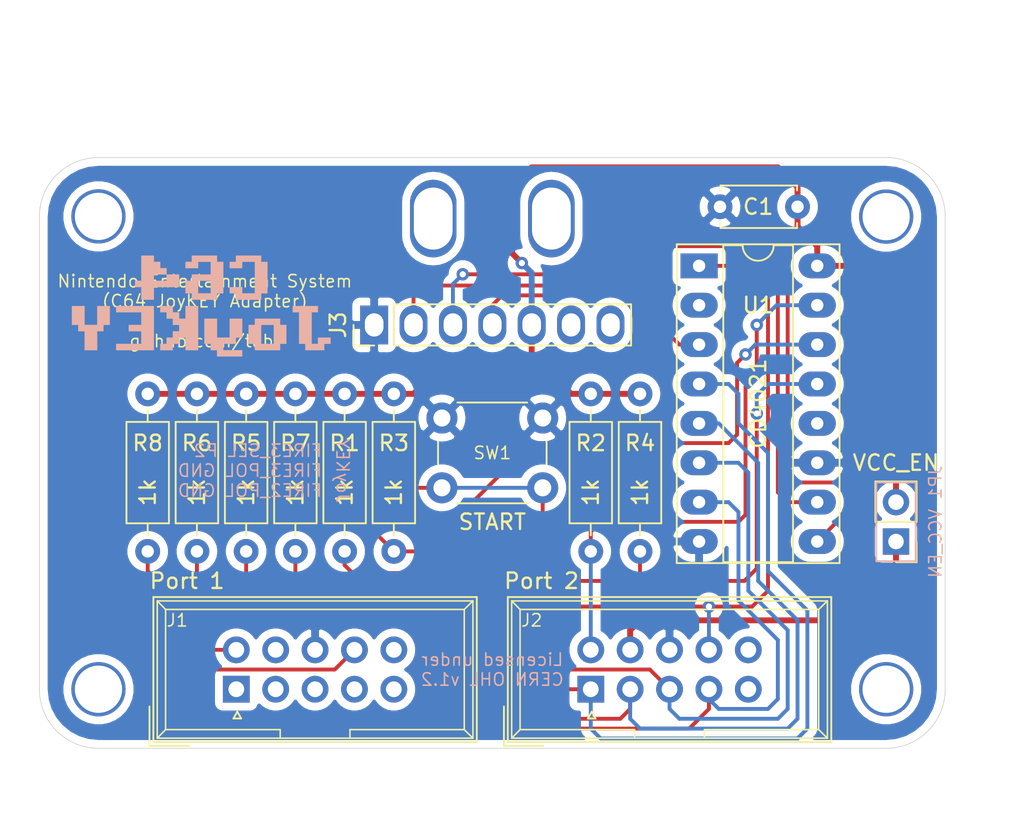
<source format=kicad_pcb>
(kicad_pcb (version 20171130) (host pcbnew "(5.1.8)-1")

  (general
    (thickness 1.6)
    (drawings 17)
    (tracks 187)
    (zones 0)
    (modules 20)
    (nets 15)
  )

  (page A4)
  (layers
    (0 F.Cu signal)
    (31 B.Cu signal)
    (32 B.Adhes user)
    (33 F.Adhes user)
    (34 B.Paste user)
    (35 F.Paste user)
    (36 B.SilkS user)
    (37 F.SilkS user)
    (38 B.Mask user)
    (39 F.Mask user)
    (40 Dwgs.User user)
    (41 Cmts.User user)
    (42 Eco1.User user)
    (43 Eco2.User user)
    (44 Edge.Cuts user)
    (45 Margin user)
    (46 B.CrtYd user)
    (47 F.CrtYd user)
    (48 B.Fab user)
    (49 F.Fab user)
  )

  (setup
    (last_trace_width 0.25)
    (trace_clearance 0.2)
    (zone_clearance 0.508)
    (zone_45_only no)
    (trace_min 0.2)
    (via_size 0.8)
    (via_drill 0.4)
    (via_min_size 0.4)
    (via_min_drill 0.3)
    (uvia_size 0.3)
    (uvia_drill 0.1)
    (uvias_allowed no)
    (uvia_min_size 0.2)
    (uvia_min_drill 0.1)
    (edge_width 0.05)
    (segment_width 0.2)
    (pcb_text_width 0.3)
    (pcb_text_size 1.5 1.5)
    (mod_edge_width 0.12)
    (mod_text_size 1 1)
    (mod_text_width 0.15)
    (pad_size 1.524 1.524)
    (pad_drill 0.762)
    (pad_to_mask_clearance 0)
    (aux_axis_origin 0 0)
    (visible_elements 7FFFFFFF)
    (pcbplotparams
      (layerselection 0x011fc_ffffffff)
      (usegerberextensions true)
      (usegerberattributes false)
      (usegerberadvancedattributes false)
      (creategerberjobfile false)
      (excludeedgelayer true)
      (linewidth 0.100000)
      (plotframeref false)
      (viasonmask false)
      (mode 1)
      (useauxorigin false)
      (hpglpennumber 1)
      (hpglpenspeed 20)
      (hpglpendiameter 15.000000)
      (psnegative false)
      (psa4output false)
      (plotreference true)
      (plotvalue true)
      (plotinvisibletext false)
      (padsonsilk false)
      (subtractmaskfromsilk false)
      (outputformat 1)
      (mirror false)
      (drillshape 0)
      (scaleselection 1)
      (outputdirectory "export/"))
  )

  (net 0 "")
  (net 1 GND)
  (net 2 VCC)
  (net 3 "Net-(J2-Pad7)")
  (net 4 /SELECT)
  (net 5 /START)
  (net 6 /A)
  (net 7 /B)
  (net 8 /RIGHT)
  (net 9 /LEFT)
  (net 10 /DOWN)
  (net 11 /UP)
  (net 12 CLK)
  (net 13 LATCH)
  (net 14 DATA)

  (net_class Default "This is the default net class."
    (clearance 0.2)
    (trace_width 0.25)
    (via_dia 0.8)
    (via_drill 0.4)
    (uvia_dia 0.3)
    (uvia_drill 0.1)
    (add_net /A)
    (add_net /B)
    (add_net /DOWN)
    (add_net /LEFT)
    (add_net /RIGHT)
    (add_net /SELECT)
    (add_net /START)
    (add_net /UP)
    (add_net CLK)
    (add_net DATA)
    (add_net GND)
    (add_net LATCH)
  )

  (net_class PWR ""
    (clearance 0.2)
    (trace_width 0.381)
    (via_dia 0.8)
    (via_drill 0.4)
    (uvia_dia 0.3)
    (uvia_drill 0.1)
    (add_net "Net-(J2-Pad7)")
    (add_net VCC)
  )

  (module NES:NES_Output (layer F.Cu) (tedit 62238197) (tstamp 621315AB)
    (at 136.525 84.455 90)
    (descr "Through hole straight pin header, 1x07, 2.54mm pitch, single row")
    (tags "Through hole pin header THT 1x07 2.54mm single row")
    (path /6213CB5E)
    (fp_text reference J3 (at 0 -2.33 90) (layer F.SilkS)
      (effects (font (size 1 1) (thickness 0.15)))
    )
    (fp_text value NES_Gamepad (at 0 17.57 90) (layer F.Fab)
      (effects (font (size 1 1) (thickness 0.15)))
    )
    (fp_text user %R (at 0 7.62 180) (layer F.Fab)
      (effects (font (size 1 1) (thickness 0.15)))
    )
    (fp_line (start 1.8 -1.8) (end -1.8 -1.8) (layer F.CrtYd) (width 0.05))
    (fp_line (start 1.8 17.05) (end 1.8 -1.8) (layer F.CrtYd) (width 0.05))
    (fp_line (start -1.8 17.05) (end 1.8 17.05) (layer F.CrtYd) (width 0.05))
    (fp_line (start -1.8 -1.8) (end -1.8 17.05) (layer F.CrtYd) (width 0.05))
    (fp_line (start -1.33 -1.33) (end 0 -1.33) (layer F.SilkS) (width 0.12))
    (fp_line (start -1.33 0) (end -1.33 -1.33) (layer F.SilkS) (width 0.12))
    (fp_line (start -1.33 1.27) (end 1.33 1.27) (layer F.SilkS) (width 0.12))
    (fp_line (start 1.33 1.27) (end 1.33 16.57) (layer F.SilkS) (width 0.12))
    (fp_line (start -1.33 1.27) (end -1.33 16.57) (layer F.SilkS) (width 0.12))
    (fp_line (start -1.33 16.57) (end 1.33 16.57) (layer F.SilkS) (width 0.12))
    (fp_line (start -1.27 -0.635) (end -0.635 -1.27) (layer F.Fab) (width 0.1))
    (fp_line (start -1.27 16.51) (end -1.27 -0.635) (layer F.Fab) (width 0.1))
    (fp_line (start 1.27 16.51) (end -1.27 16.51) (layer F.Fab) (width 0.1))
    (fp_line (start 1.27 -1.27) (end 1.27 16.51) (layer F.Fab) (width 0.1))
    (fp_line (start -0.635 -1.27) (end 1.27 -1.27) (layer F.Fab) (width 0.1))
    (pad "" np_thru_hole oval (at 6.858 11.43 90) (size 5 3) (drill oval 4 2.5) (layers *.Cu *.Mask))
    (pad "" np_thru_hole oval (at 6.858 3.81 90) (size 5 3) (drill oval 4 2.5) (layers *.Cu *.Mask))
    (pad 7 thru_hole oval (at 0 15.24 90) (size 2.5 1.8) (drill oval 1.5 1.2) (layers *.Cu *.Mask))
    (pad 6 thru_hole oval (at 0 12.7 90) (size 2.5 1.8) (drill oval 1.5 1.2) (layers *.Cu *.Mask))
    (pad 5 thru_hole oval (at 0 10.16 90) (size 2.5 1.8) (drill oval 1.5 1.2) (layers *.Cu *.Mask)
      (net 2 VCC))
    (pad 4 thru_hole oval (at 0 7.62 90) (size 2.5 1.8) (drill oval 1.5 1.2) (layers *.Cu *.Mask)
      (net 14 DATA))
    (pad 3 thru_hole oval (at 0 5.08 90) (size 2.5 1.8) (drill oval 1.5 1.2) (layers *.Cu *.Mask)
      (net 13 LATCH))
    (pad 2 thru_hole oval (at 0 2.54 90) (size 2.5 1.8) (drill oval 1.5 1.2) (layers *.Cu *.Mask)
      (net 12 CLK))
    (pad 1 thru_hole rect (at 0 0 90) (size 2.5 1.8) (drill oval 1.5 1.2) (layers *.Cu *.Mask)
      (net 1 GND))
  )

  (module logo:c64_joykey locked (layer B.Cu) (tedit 0) (tstamp 621309A1)
    (at 125.603 83.058 180)
    (fp_text reference G*** (at 0 0) (layer B.SilkS) hide
      (effects (font (size 1.524 1.524) (thickness 0.3)) (justify mirror))
    )
    (fp_text value LOGO (at 0.75 0) (layer B.SilkS) hide
      (effects (font (size 1.524 1.524) (thickness 0.3)) (justify mirror))
    )
    (fp_poly (pts (xy 4.093493 1.449249) (xy 4.5003 1.449249) (xy 4.5003 1.042442) (xy 4.093493 1.042442)
      (xy 4.093493 0.228829) (xy 3.27988 0.228829) (xy 3.27988 1.042442) (xy 1.652652 1.042442)
      (xy 1.652652 1.856056) (xy 2.466266 1.856056) (xy 2.466266 1.449249) (xy 3.27988 1.449249)
      (xy 3.27988 1.856056) (xy 2.466266 1.856056) (xy 2.466266 2.262863) (xy 2.873073 2.262863)
      (xy 2.873073 2.669669) (xy 3.27988 2.669669) (xy 3.27988 3.076476) (xy 4.093493 3.076476)
      (xy 4.093493 1.449249)) (layer B.SilkS) (width 0.01))
    (fp_poly (pts (xy 0.839039 2.669669) (xy 1.245846 2.669669) (xy 1.245846 2.262863) (xy 0.432232 2.262863)
      (xy 0.432232 2.669669) (xy -0.381382 2.669669) (xy -0.381382 1.856056) (xy 0.839039 1.856056)
      (xy 0.839039 1.449249) (xy 1.245846 1.449249) (xy 1.245846 0.635635) (xy 0.839039 0.635635)
      (xy 0.839039 0.228829) (xy -0.788189 0.228829) (xy -0.788189 0.635635) (xy -1.194995 0.635635)
      (xy -1.194995 1.449249) (xy -0.381382 1.449249) (xy -0.381382 0.635635) (xy 0.432232 0.635635)
      (xy 0.432232 1.449249) (xy -0.381382 1.449249) (xy -1.194995 1.449249) (xy -1.194995 2.669669)
      (xy -0.788189 2.669669) (xy -0.788189 3.076476) (xy 0.839039 3.076476) (xy 0.839039 2.669669)) (layer B.SilkS) (width 0.01))
    (fp_poly (pts (xy -2.008609 2.669669) (xy -1.601802 2.669669) (xy -1.601802 2.262863) (xy -2.415416 2.262863)
      (xy -2.415416 2.669669) (xy -3.229029 2.669669) (xy -3.229029 0.635635) (xy -2.415416 0.635635)
      (xy -2.415416 1.042442) (xy -1.601802 1.042442) (xy -1.601802 0.635635) (xy -2.008609 0.635635)
      (xy -2.008609 0.228829) (xy -3.635836 0.228829) (xy -3.635836 0.635635) (xy -4.042643 0.635635)
      (xy -4.042643 2.669669) (xy -3.635836 2.669669) (xy -3.635836 3.076476) (xy -2.008609 3.076476)
      (xy -2.008609 2.669669)) (layer B.SilkS) (width 0.01))
    (fp_poly (pts (xy 6.941141 -1.398399) (xy 7.754754 -1.398399) (xy 7.754754 -0.177978) (xy 8.568368 -0.177978)
      (xy 8.568368 -1.398399) (xy 8.161561 -1.398399) (xy 8.161561 -1.805206) (xy 7.754754 -1.805206)
      (xy 7.754754 -3.025626) (xy 6.941141 -3.025626) (xy 6.941141 -1.805206) (xy 6.534334 -1.805206)
      (xy 6.534334 -1.398399) (xy 6.127527 -1.398399) (xy 6.127527 -0.177978) (xy 6.941141 -0.177978)
      (xy 6.941141 -1.398399)) (layer B.SilkS) (width 0.01))
    (fp_poly (pts (xy 5.72072 -0.584785) (xy 4.093493 -0.584785) (xy 4.093493 -1.398399) (xy 4.907107 -1.398399)
      (xy 4.907107 -1.805206) (xy 4.093493 -1.805206) (xy 4.093493 -2.618819) (xy 5.72072 -2.618819)
      (xy 5.72072 -3.025626) (xy 3.27988 -3.025626) (xy 3.27988 -0.177978) (xy 5.72072 -0.177978)
      (xy 5.72072 -0.584785)) (layer B.SilkS) (width 0.01))
    (fp_poly (pts (xy 1.245846 -0.991592) (xy 1.652652 -0.991592) (xy 1.652652 -0.584785) (xy 2.059459 -0.584785)
      (xy 2.059459 -0.177978) (xy 2.873073 -0.177978) (xy 2.873073 -0.584785) (xy 2.466266 -0.584785)
      (xy 2.466266 -0.991592) (xy 2.059459 -0.991592) (xy 2.059459 -1.398399) (xy 1.652652 -1.398399)
      (xy 1.652652 -1.805206) (xy 2.059459 -1.805206) (xy 2.059459 -2.212012) (xy 2.466266 -2.212012)
      (xy 2.466266 -2.618819) (xy 2.873073 -2.618819) (xy 2.873073 -3.025626) (xy 2.059459 -3.025626)
      (xy 2.059459 -2.618819) (xy 1.652652 -2.618819) (xy 1.652652 -2.212012) (xy 1.245846 -2.212012)
      (xy 1.245846 -3.025626) (xy 0.432232 -3.025626) (xy 0.432232 -0.177978) (xy 1.245846 -0.177978)
      (xy 1.245846 -0.991592)) (layer B.SilkS) (width 0.01))
    (fp_poly (pts (xy -3.229029 -1.398399) (xy -2.822223 -1.398399) (xy -2.822223 -2.618819) (xy -3.229029 -2.618819)
      (xy -3.229029 -3.025626) (xy -4.856257 -3.025626) (xy -4.856257 -2.618819) (xy -5.263063 -2.618819)
      (xy -5.263063 -1.398399) (xy -4.856257 -1.398399) (xy -4.44945 -1.398399) (xy -4.44945 -2.618819)
      (xy -3.635836 -2.618819) (xy -3.635836 -1.398399) (xy -4.44945 -1.398399) (xy -4.856257 -1.398399)
      (xy -4.856257 -0.991592) (xy -3.229029 -0.991592) (xy -3.229029 -1.398399)) (layer B.SilkS) (width 0.01))
    (fp_poly (pts (xy -5.66987 -0.584785) (xy -6.076677 -0.584785) (xy -6.076677 -2.618819) (xy -6.483484 -2.618819)
      (xy -6.483484 -3.025626) (xy -7.703904 -3.025626) (xy -7.703904 -2.618819) (xy -8.110711 -2.618819)
      (xy -8.110711 -2.212012) (xy -7.297097 -2.212012) (xy -7.297097 -2.618819) (xy -6.890291 -2.618819)
      (xy -6.890291 -0.584785) (xy -7.297097 -0.584785) (xy -7.297097 -0.177978) (xy -5.66987 -0.177978)
      (xy -5.66987 -0.584785)) (layer B.SilkS) (width 0.01))
    (fp_poly (pts (xy -1.601802 -2.212012) (xy -0.788189 -2.212012) (xy -0.788189 -0.991592) (xy 0.025425 -0.991592)
      (xy 0.025425 -2.618819) (xy -0.381382 -2.618819) (xy -0.381382 -3.025626) (xy -0.788189 -3.025626)
      (xy -0.788189 -3.432433) (xy -2.415416 -3.432433) (xy -2.415416 -3.025626) (xy -1.194995 -3.025626)
      (xy -1.194995 -2.618819) (xy -2.008609 -2.618819) (xy -2.008609 -2.212012) (xy -2.415416 -2.212012)
      (xy -2.415416 -0.991592) (xy -1.601802 -0.991592) (xy -1.601802 -2.212012)) (layer B.SilkS) (width 0.01))
  )

  (module "C64 IDC:IDC_Joystick" locked (layer F.Cu) (tedit 5FD29ED6) (tstamp 5FD2915C)
    (at 150.495 107.95 90)
    (descr "Through hole straight IDC box header, 2x05, 2.54mm pitch, double rows")
    (tags "Through hole IDC box header THT 2x05 2.54mm double row")
    (path /5FD1F19D)
    (fp_text reference J2 (at 4.445 -3.81 180) (layer F.SilkS)
      (effects (font (size 0.8 0.8) (thickness 0.1)))
    )
    (fp_text value "Port 2" (at 6.985 -3.175 180) (layer F.SilkS)
      (effects (font (size 1 1) (thickness 0.15)))
    )
    (fp_line (start 5.695 -5.1) (end 5.695 15.26) (layer F.SilkS) (width 0.1))
    (fp_line (start 5.145 -4.56) (end 5.145 14.7) (layer F.SilkS) (width 0.1))
    (fp_line (start -3.155 -5.1) (end -3.155 15.26) (layer F.SilkS) (width 0.1))
    (fp_line (start -2.605 -4.56) (end -2.605 2.83) (layer F.SilkS) (width 0.1))
    (fp_line (start -2.605 7.33) (end -2.605 14.7) (layer F.SilkS) (width 0.1))
    (fp_line (start -2.605 2.83) (end -3.155 2.83) (layer F.SilkS) (width 0.1))
    (fp_line (start -2.605 7.33) (end -3.155 7.33) (layer F.SilkS) (width 0.1))
    (fp_line (start 5.695 -5.1) (end -3.155 -5.1) (layer F.SilkS) (width 0.1))
    (fp_line (start 5.145 -4.56) (end -2.605 -4.56) (layer F.SilkS) (width 0.1))
    (fp_line (start 5.695 15.26) (end -3.155 15.26) (layer F.SilkS) (width 0.1))
    (fp_line (start 5.145 14.7) (end -2.605 14.7) (layer F.SilkS) (width 0.1))
    (fp_line (start 5.695 -5.1) (end 5.145 -4.56) (layer F.SilkS) (width 0.1))
    (fp_line (start 5.695 15.26) (end 5.145 14.7) (layer F.SilkS) (width 0.1))
    (fp_line (start -3.155 -5.1) (end -2.605 -4.56) (layer F.SilkS) (width 0.1))
    (fp_line (start -3.155 15.26) (end -2.605 14.7) (layer F.SilkS) (width 0.1))
    (fp_line (start 5.95 -5.35) (end 5.95 15.51) (layer F.CrtYd) (width 0.05))
    (fp_line (start 5.95 15.51) (end -3.41 15.51) (layer F.CrtYd) (width 0.05))
    (fp_line (start -3.41 15.51) (end -3.41 -5.35) (layer F.CrtYd) (width 0.05))
    (fp_line (start -3.41 -5.35) (end 5.95 -5.35) (layer F.CrtYd) (width 0.05))
    (fp_line (start 5.945 -5.35) (end 5.945 15.51) (layer F.SilkS) (width 0.12))
    (fp_line (start 5.945 15.51) (end -3.405 15.51) (layer F.SilkS) (width 0.12))
    (fp_line (start -3.405 15.51) (end -3.405 -5.35) (layer F.SilkS) (width 0.12))
    (fp_line (start -3.405 -5.35) (end 5.945 -5.35) (layer F.SilkS) (width 0.12))
    (fp_line (start -3.655 -5.6) (end -3.655 -3.06) (layer F.SilkS) (width 0.12))
    (fp_line (start -3.655 -5.6) (end -1.115 -5.6) (layer F.SilkS) (width 0.12))
    (fp_line (start -1.452425 0.0635) (end -1.885438 0.3135) (layer F.SilkS) (width 0.12))
    (fp_line (start -1.885438 -0.1865) (end -1.452425 0.0635) (layer F.SilkS) (width 0.12))
    (fp_line (start -1.885438 0.3135) (end -1.885438 -0.1865) (layer F.SilkS) (width 0.12))
    (fp_text user %R (at 1.27 5.08 90) (layer F.Fab)
      (effects (font (size 1 1) (thickness 0.15)))
    )
    (pad 10 thru_hole oval (at 2.54 10.16 90) (size 1.7272 1.7272) (drill 1.016) (layers *.Cu *.Mask))
    (pad 9 thru_hole oval (at 2.54 7.62 90) (size 1.7272 1.7272) (drill 1.016) (layers *.Cu *.Mask)
      (net 6 /A))
    (pad 8 thru_hole oval (at 2.54 5.08 90) (size 1.7272 1.7272) (drill 1.016) (layers *.Cu *.Mask)
      (net 1 GND))
    (pad 7 thru_hole oval (at 2.54 2.54 90) (size 1.7272 1.7272) (drill 1.016) (layers *.Cu *.Mask)
      (net 3 "Net-(J2-Pad7)"))
    (pad 6 thru_hole oval (at 2.54 0 90) (size 1.7272 1.7272) (drill 1.016) (layers *.Cu *.Mask)
      (net 7 /B))
    (pad 5 thru_hole oval (at 0 10.16 90) (size 1.7272 1.7272) (drill 1.016) (layers *.Cu *.Mask))
    (pad 4 thru_hole oval (at 0 7.62 90) (size 1.7272 1.7272) (drill 1.016) (layers *.Cu *.Mask)
      (net 8 /RIGHT))
    (pad 3 thru_hole oval (at 0 5.08 90) (size 1.7272 1.7272) (drill 1.016) (layers *.Cu *.Mask)
      (net 9 /LEFT))
    (pad 2 thru_hole oval (at 0 2.54 90) (size 1.7272 1.7272) (drill 1.016) (layers *.Cu *.Mask)
      (net 10 /DOWN))
    (pad 1 thru_hole rect (at 0 0 90) (size 1.7272 1.7272) (drill 1.016) (layers *.Cu *.Mask)
      (net 11 /UP))
    (model ${KISYS3DMOD}/Connector_IDC.3dshapes/IDC-Header_2x05_P2.54mm_Vertical.wrl
      (at (xyz 0 0 0))
      (scale (xyz 1 1 1))
      (rotate (xyz 0 0 0))
    )
  )

  (module Capacitor_THT:C_Disc_D4.7mm_W2.5mm_P5.00mm (layer F.Cu) (tedit 5AE50EF0) (tstamp 603972B4)
    (at 163.83 76.835 180)
    (descr "C, Disc series, Radial, pin pitch=5.00mm, , diameter*width=4.7*2.5mm^2, Capacitor, http://www.vishay.com/docs/45233/krseries.pdf")
    (tags "C Disc series Radial pin pitch 5.00mm  diameter 4.7mm width 2.5mm Capacitor")
    (path /6049A7C8)
    (fp_text reference C1 (at 2.54 0) (layer F.SilkS)
      (effects (font (size 1 1) (thickness 0.15)))
    )
    (fp_text value 100nF (at 2.5 2.5) (layer F.Fab)
      (effects (font (size 1 1) (thickness 0.15)))
    )
    (fp_line (start 0.15 -1.25) (end 0.15 1.25) (layer F.Fab) (width 0.1))
    (fp_line (start 0.15 1.25) (end 4.85 1.25) (layer F.Fab) (width 0.1))
    (fp_line (start 4.85 1.25) (end 4.85 -1.25) (layer F.Fab) (width 0.1))
    (fp_line (start 4.85 -1.25) (end 0.15 -1.25) (layer F.Fab) (width 0.1))
    (fp_line (start 0.03 -1.37) (end 4.97 -1.37) (layer F.SilkS) (width 0.12))
    (fp_line (start 0.03 1.37) (end 4.97 1.37) (layer F.SilkS) (width 0.12))
    (fp_line (start 0.03 -1.37) (end 0.03 -1.055) (layer F.SilkS) (width 0.12))
    (fp_line (start 0.03 1.055) (end 0.03 1.37) (layer F.SilkS) (width 0.12))
    (fp_line (start 4.97 -1.37) (end 4.97 -1.055) (layer F.SilkS) (width 0.12))
    (fp_line (start 4.97 1.055) (end 4.97 1.37) (layer F.SilkS) (width 0.12))
    (fp_line (start -1.05 -1.5) (end -1.05 1.5) (layer F.CrtYd) (width 0.05))
    (fp_line (start -1.05 1.5) (end 6.05 1.5) (layer F.CrtYd) (width 0.05))
    (fp_line (start 6.05 1.5) (end 6.05 -1.5) (layer F.CrtYd) (width 0.05))
    (fp_line (start 6.05 -1.5) (end -1.05 -1.5) (layer F.CrtYd) (width 0.05))
    (fp_text user %R (at 2.5 0) (layer F.Fab)
      (effects (font (size 0.94 0.94) (thickness 0.141)))
    )
    (pad 1 thru_hole circle (at 0 0 180) (size 1.6 1.6) (drill 0.8) (layers *.Cu *.Mask)
      (net 2 VCC))
    (pad 2 thru_hole circle (at 5 0 180) (size 1.6 1.6) (drill 0.8) (layers *.Cu *.Mask)
      (net 1 GND))
    (model ${KISYS3DMOD}/Capacitor_THT.3dshapes/C_Disc_D4.7mm_W2.5mm_P5.00mm.wrl
      (at (xyz 0 0 0))
      (scale (xyz 1 1 1))
      (rotate (xyz 0 0 0))
    )
  )

  (module "C64 IDC:IDC_Joystick" locked (layer F.Cu) (tedit 5FD29ED6) (tstamp 60386B73)
    (at 127.635 107.95 90)
    (descr "Through hole straight IDC box header, 2x05, 2.54mm pitch, double rows")
    (tags "Through hole IDC box header THT 2x05 2.54mm double row")
    (path /60386EDE)
    (fp_text reference J1 (at 4.445 -3.81 180) (layer F.SilkS)
      (effects (font (size 0.8 0.8) (thickness 0.1)))
    )
    (fp_text value "Port 1" (at 6.985 -3.175 180) (layer F.SilkS)
      (effects (font (size 1 1) (thickness 0.15)))
    )
    (fp_line (start 5.695 -5.1) (end 5.695 15.26) (layer F.SilkS) (width 0.1))
    (fp_line (start 5.145 -4.56) (end 5.145 14.7) (layer F.SilkS) (width 0.1))
    (fp_line (start -3.155 -5.1) (end -3.155 15.26) (layer F.SilkS) (width 0.1))
    (fp_line (start -2.605 -4.56) (end -2.605 2.83) (layer F.SilkS) (width 0.1))
    (fp_line (start -2.605 7.33) (end -2.605 14.7) (layer F.SilkS) (width 0.1))
    (fp_line (start -2.605 2.83) (end -3.155 2.83) (layer F.SilkS) (width 0.1))
    (fp_line (start -2.605 7.33) (end -3.155 7.33) (layer F.SilkS) (width 0.1))
    (fp_line (start 5.695 -5.1) (end -3.155 -5.1) (layer F.SilkS) (width 0.1))
    (fp_line (start 5.145 -4.56) (end -2.605 -4.56) (layer F.SilkS) (width 0.1))
    (fp_line (start 5.695 15.26) (end -3.155 15.26) (layer F.SilkS) (width 0.1))
    (fp_line (start 5.145 14.7) (end -2.605 14.7) (layer F.SilkS) (width 0.1))
    (fp_line (start 5.695 -5.1) (end 5.145 -4.56) (layer F.SilkS) (width 0.1))
    (fp_line (start 5.695 15.26) (end 5.145 14.7) (layer F.SilkS) (width 0.1))
    (fp_line (start -3.155 -5.1) (end -2.605 -4.56) (layer F.SilkS) (width 0.1))
    (fp_line (start -3.155 15.26) (end -2.605 14.7) (layer F.SilkS) (width 0.1))
    (fp_line (start 5.95 -5.35) (end 5.95 15.51) (layer F.CrtYd) (width 0.05))
    (fp_line (start 5.95 15.51) (end -3.41 15.51) (layer F.CrtYd) (width 0.05))
    (fp_line (start -3.41 15.51) (end -3.41 -5.35) (layer F.CrtYd) (width 0.05))
    (fp_line (start -3.41 -5.35) (end 5.95 -5.35) (layer F.CrtYd) (width 0.05))
    (fp_line (start 5.945 -5.35) (end 5.945 15.51) (layer F.SilkS) (width 0.12))
    (fp_line (start 5.945 15.51) (end -3.405 15.51) (layer F.SilkS) (width 0.12))
    (fp_line (start -3.405 15.51) (end -3.405 -5.35) (layer F.SilkS) (width 0.12))
    (fp_line (start -3.405 -5.35) (end 5.945 -5.35) (layer F.SilkS) (width 0.12))
    (fp_line (start -3.655 -5.6) (end -3.655 -3.06) (layer F.SilkS) (width 0.12))
    (fp_line (start -3.655 -5.6) (end -1.115 -5.6) (layer F.SilkS) (width 0.12))
    (fp_line (start -1.452425 0.0635) (end -1.885438 0.3135) (layer F.SilkS) (width 0.12))
    (fp_line (start -1.885438 -0.1865) (end -1.452425 0.0635) (layer F.SilkS) (width 0.12))
    (fp_line (start -1.885438 0.3135) (end -1.885438 -0.1865) (layer F.SilkS) (width 0.12))
    (fp_text user %R (at 1.27 5.08 90) (layer F.Fab)
      (effects (font (size 1 1) (thickness 0.15)))
    )
    (pad 1 thru_hole rect (at 0 0 90) (size 1.7272 1.7272) (drill 1.016) (layers *.Cu *.Mask))
    (pad 2 thru_hole oval (at 0 2.54 90) (size 1.7272 1.7272) (drill 1.016) (layers *.Cu *.Mask))
    (pad 3 thru_hole oval (at 0 5.08 90) (size 1.7272 1.7272) (drill 1.016) (layers *.Cu *.Mask))
    (pad 4 thru_hole oval (at 0 7.62 90) (size 1.7272 1.7272) (drill 1.016) (layers *.Cu *.Mask))
    (pad 5 thru_hole oval (at 0 10.16 90) (size 1.7272 1.7272) (drill 1.016) (layers *.Cu *.Mask))
    (pad 6 thru_hole oval (at 2.54 0 90) (size 1.7272 1.7272) (drill 1.016) (layers *.Cu *.Mask)
      (net 4 /SELECT))
    (pad 7 thru_hole oval (at 2.54 2.54 90) (size 1.7272 1.7272) (drill 1.016) (layers *.Cu *.Mask))
    (pad 8 thru_hole oval (at 2.54 5.08 90) (size 1.7272 1.7272) (drill 1.016) (layers *.Cu *.Mask)
      (net 1 GND))
    (pad 9 thru_hole oval (at 2.54 7.62 90) (size 1.7272 1.7272) (drill 1.016) (layers *.Cu *.Mask)
      (net 5 /START))
    (pad 10 thru_hole oval (at 2.54 10.16 90) (size 1.7272 1.7272) (drill 1.016) (layers *.Cu *.Mask))
    (model ${KISYS3DMOD}/Connector_IDC.3dshapes/IDC-Header_2x05_P2.54mm_Vertical.wrl
      (at (xyz 0 0 0))
      (scale (xyz 1 1 1))
      (rotate (xyz 0 0 0))
    )
  )

  (module switch_cutout:SW_PUSH_6mm locked (layer F.Cu) (tedit 601DD404) (tstamp 60386BD9)
    (at 144.145 92.71)
    (descr https://www.omron.com/ecb/products/pdf/en-b3f.pdf)
    (tags "tact sw push 6mm")
    (path /603D5BF9)
    (fp_text reference SW1 (at 0 -4.79) (layer F.SilkS) hide
      (effects (font (size 0.8 0.8) (thickness 0.1)))
    )
    (fp_text value START (at 0 4.45) (layer F.SilkS)
      (effects (font (size 1 1) (thickness 0.15)))
    )
    (fp_circle (center 0 0) (end -2 0.25) (layer F.Fab) (width 0.1))
    (fp_line (start 3.5 0.75) (end 3.5 -0.75) (layer F.SilkS) (width 0.12))
    (fp_line (start 2.25 -3.25) (end -2.25 -3.25) (layer F.SilkS) (width 0.12))
    (fp_line (start -3.5 -0.75) (end -3.5 0.75) (layer F.SilkS) (width 0.12))
    (fp_line (start -2.25 3.25) (end 2.25 3.25) (layer F.SilkS) (width 0.12))
    (fp_line (start 4.75 -3.5) (end 4.75 3.5) (layer F.CrtYd) (width 0.05))
    (fp_line (start 4.5 3.75) (end -4.5 3.75) (layer F.CrtYd) (width 0.05))
    (fp_line (start -4.75 3.5) (end -4.75 -3.5) (layer F.CrtYd) (width 0.05))
    (fp_line (start -4.5 -3.75) (end 4.5 -3.75) (layer F.CrtYd) (width 0.05))
    (fp_line (start -4.75 3.75) (end -4.5 3.75) (layer F.CrtYd) (width 0.05))
    (fp_line (start -4.75 3.5) (end -4.75 3.75) (layer F.CrtYd) (width 0.05))
    (fp_line (start -4.75 -3.75) (end -4.5 -3.75) (layer F.CrtYd) (width 0.05))
    (fp_line (start -4.75 -3.5) (end -4.75 -3.75) (layer F.CrtYd) (width 0.05))
    (fp_line (start 4.75 -3.75) (end 4.75 -3.5) (layer F.CrtYd) (width 0.05))
    (fp_line (start 4.5 -3.75) (end 4.75 -3.75) (layer F.CrtYd) (width 0.05))
    (fp_line (start 4.75 3.75) (end 4.75 3.5) (layer F.CrtYd) (width 0.05))
    (fp_line (start 4.5 3.75) (end 4.75 3.75) (layer F.CrtYd) (width 0.05))
    (fp_line (start -3 -3) (end 0 -3) (layer F.Fab) (width 0.1))
    (fp_line (start -3 3) (end -3 -3) (layer F.Fab) (width 0.1))
    (fp_line (start 3 3) (end -3 3) (layer F.Fab) (width 0.1))
    (fp_line (start 3 -3) (end 3 3) (layer F.Fab) (width 0.1))
    (fp_line (start 0 -3) (end 3 -3) (layer F.Fab) (width 0.1))
    (fp_text user %R (at 0 0) (layer F.SilkS)
      (effects (font (size 0.8 0.8) (thickness 0.1)))
    )
    (pad 2 thru_hole circle (at -3.25 2.25 90) (size 2 2) (drill 1.1) (layers *.Cu *.Mask)
      (net 5 /START))
    (pad 1 thru_hole circle (at -3.25 -2.25 90) (size 2 2) (drill 1.1) (layers *.Cu *.Mask)
      (net 1 GND))
    (pad 2 thru_hole circle (at 3.25 2.25 90) (size 2 2) (drill 1.1) (layers *.Cu *.Mask)
      (net 5 /START))
    (pad 1 thru_hole circle (at 3.25 -2.25 90) (size 2 2) (drill 1.1) (layers *.Cu *.Mask)
      (net 1 GND))
    (model ${KISYS3DMOD}/Button_Switch_THT.3dshapes/SW_PUSH_6mm_H13mm.wrl
      (offset (xyz -3 2.5 0))
      (scale (xyz 1 1 1))
      (rotate (xyz 0 0 0))
    )
  )

  (module mounting:M3_pin locked (layer F.Cu) (tedit 5F76331A) (tstamp 60387675)
    (at 118.745 107.95)
    (descr "module 1 pin (ou trou mecanique de percage)")
    (tags DEV)
    (path /604B1C82)
    (fp_text reference M1 (at 0 -3.048) (layer F.Fab) hide
      (effects (font (size 1 1) (thickness 0.15)))
    )
    (fp_text value Mounting (at 0 3) (layer F.Fab) hide
      (effects (font (size 1 1) (thickness 0.15)))
    )
    (fp_circle (center 0 0) (end 2.6 0) (layer F.CrtYd) (width 0.05))
    (fp_circle (center 0 0) (end 2 0.8) (layer F.Fab) (width 0.1))
    (pad 1 thru_hole circle (at 0 0) (size 3.5 3.5) (drill 3.048) (layers *.Cu *.Mask)
      (solder_mask_margin 0.8))
  )

  (module mounting:M3_pin locked (layer F.Cu) (tedit 5F76331A) (tstamp 6038767C)
    (at 169.545 107.95)
    (descr "module 1 pin (ou trou mecanique de percage)")
    (tags DEV)
    (path /604B204C)
    (fp_text reference M2 (at 0 -3.048) (layer F.Fab) hide
      (effects (font (size 1 1) (thickness 0.15)))
    )
    (fp_text value Mounting (at 0 3) (layer F.Fab) hide
      (effects (font (size 1 1) (thickness 0.15)))
    )
    (fp_circle (center 0 0) (end 2 0.8) (layer F.Fab) (width 0.1))
    (fp_circle (center 0 0) (end 2.6 0) (layer F.CrtYd) (width 0.05))
    (pad 1 thru_hole circle (at 0 0) (size 3.5 3.5) (drill 3.048) (layers *.Cu *.Mask)
      (solder_mask_margin 0.8))
  )

  (module mounting:M3_pin locked (layer F.Cu) (tedit 5F76331A) (tstamp 60387683)
    (at 169.545 77.47)
    (descr "module 1 pin (ou trou mecanique de percage)")
    (tags DEV)
    (path /604B239C)
    (fp_text reference M3 (at 0 -3.048) (layer F.Fab) hide
      (effects (font (size 1 1) (thickness 0.15)))
    )
    (fp_text value Mounting (at 0 3) (layer F.Fab) hide
      (effects (font (size 1 1) (thickness 0.15)))
    )
    (fp_circle (center 0 0) (end 2.6 0) (layer F.CrtYd) (width 0.05))
    (fp_circle (center 0 0) (end 2 0.8) (layer F.Fab) (width 0.1))
    (pad 1 thru_hole circle (at 0 0) (size 3.5 3.5) (drill 3.048) (layers *.Cu *.Mask)
      (solder_mask_margin 0.8))
  )

  (module mounting:M3_pin locked (layer F.Cu) (tedit 5F76331A) (tstamp 6038768A)
    (at 118.745 77.455001)
    (descr "module 1 pin (ou trou mecanique de percage)")
    (tags DEV)
    (path /604B26C5)
    (fp_text reference M4 (at 0 -3.048) (layer F.Fab) hide
      (effects (font (size 1 1) (thickness 0.15)))
    )
    (fp_text value Mounting (at 0 3) (layer F.Fab) hide
      (effects (font (size 1 1) (thickness 0.15)))
    )
    (fp_circle (center 0 0) (end 2 0.8) (layer F.Fab) (width 0.1))
    (fp_circle (center 0 0) (end 2.6 0) (layer F.CrtYd) (width 0.05))
    (pad 1 thru_hole circle (at 0 0) (size 3.5 3.5) (drill 3.048) (layers *.Cu *.Mask)
      (solder_mask_margin 0.8))
  )

  (module Connector_PinHeader_2.54mm:PinHeader_1x02_P2.54mm_Vertical (layer F.Cu) (tedit 59FED5CC) (tstamp 6038857F)
    (at 170.18 98.425 180)
    (descr "Through hole straight pin header, 1x02, 2.54mm pitch, single row")
    (tags "Through hole pin header THT 1x02 2.54mm single row")
    (path /604C213A)
    (fp_text reference JP1 (at 2.54 -1.27 270) (layer B.SilkS) hide
      (effects (font (size 0.8 0.8) (thickness 0.1)) (justify mirror))
    )
    (fp_text value VCC_EN (at 0 5.08) (layer F.SilkS)
      (effects (font (size 1 1) (thickness 0.15)))
    )
    (fp_line (start 1.8 -1.8) (end -1.8 -1.8) (layer F.CrtYd) (width 0.05))
    (fp_line (start 1.8 4.35) (end 1.8 -1.8) (layer F.CrtYd) (width 0.05))
    (fp_line (start -1.8 4.35) (end 1.8 4.35) (layer F.CrtYd) (width 0.05))
    (fp_line (start -1.8 -1.8) (end -1.8 4.35) (layer F.CrtYd) (width 0.05))
    (fp_line (start -1.33 -1.33) (end 0 -1.33) (layer F.SilkS) (width 0.12))
    (fp_line (start -1.33 0) (end -1.33 -1.33) (layer F.SilkS) (width 0.12))
    (fp_line (start -1.33 1.27) (end 1.33 1.27) (layer F.SilkS) (width 0.12))
    (fp_line (start 1.33 1.27) (end 1.33 3.87) (layer F.SilkS) (width 0.12))
    (fp_line (start -1.33 1.27) (end -1.33 3.87) (layer F.SilkS) (width 0.12))
    (fp_line (start -1.33 3.87) (end 1.33 3.87) (layer F.SilkS) (width 0.12))
    (fp_line (start -1.27 -0.635) (end -0.635 -1.27) (layer F.Fab) (width 0.1))
    (fp_line (start -1.27 3.81) (end -1.27 -0.635) (layer F.Fab) (width 0.1))
    (fp_line (start 1.27 3.81) (end -1.27 3.81) (layer F.Fab) (width 0.1))
    (fp_line (start 1.27 -1.27) (end 1.27 3.81) (layer F.Fab) (width 0.1))
    (fp_line (start -0.635 -1.27) (end 1.27 -1.27) (layer F.Fab) (width 0.1))
    (fp_text user %R (at 0 1.27 90) (layer F.Fab)
      (effects (font (size 1 1) (thickness 0.15)))
    )
    (pad 1 thru_hole rect (at 0 0 180) (size 1.7 1.7) (drill 1) (layers *.Cu *.Mask)
      (net 3 "Net-(J2-Pad7)"))
    (pad 2 thru_hole oval (at 0 2.54 180) (size 1.7 1.7) (drill 1) (layers *.Cu *.Mask)
      (net 2 VCC))
    (model ${KISYS3DMOD}/Connector_PinHeader_2.54mm.3dshapes/PinHeader_1x02_P2.54mm_Vertical.wrl
      (at (xyz 0 0 0))
      (scale (xyz 1 1 1))
      (rotate (xyz 0 0 0))
    )
  )

  (module Resistor_THT:R_Axial_DIN0207_L6.3mm_D2.5mm_P10.16mm_Horizontal (layer F.Cu) (tedit 5AE5139B) (tstamp 603955AD)
    (at 134.62 88.9 270)
    (descr "Resistor, Axial_DIN0207 series, Axial, Horizontal, pin pitch=10.16mm, 0.25W = 1/4W, length*diameter=6.3*2.5mm^2, http://cdn-reichelt.de/documents/datenblatt/B400/1_4W%23YAG.pdf")
    (tags "Resistor Axial_DIN0207 series Axial Horizontal pin pitch 10.16mm 0.25W = 1/4W length 6.3mm diameter 2.5mm")
    (path /604EB780)
    (fp_text reference R1 (at 3.175 0 180) (layer F.SilkS)
      (effects (font (size 1 1) (thickness 0.15)))
    )
    (fp_text value 1k (at 6.35 0 90) (layer F.SilkS)
      (effects (font (size 1 1) (thickness 0.15)))
    )
    (fp_line (start 11.21 -1.5) (end -1.05 -1.5) (layer F.CrtYd) (width 0.05))
    (fp_line (start 11.21 1.5) (end 11.21 -1.5) (layer F.CrtYd) (width 0.05))
    (fp_line (start -1.05 1.5) (end 11.21 1.5) (layer F.CrtYd) (width 0.05))
    (fp_line (start -1.05 -1.5) (end -1.05 1.5) (layer F.CrtYd) (width 0.05))
    (fp_line (start 9.12 0) (end 8.35 0) (layer F.SilkS) (width 0.12))
    (fp_line (start 1.04 0) (end 1.81 0) (layer F.SilkS) (width 0.12))
    (fp_line (start 8.35 -1.37) (end 1.81 -1.37) (layer F.SilkS) (width 0.12))
    (fp_line (start 8.35 1.37) (end 8.35 -1.37) (layer F.SilkS) (width 0.12))
    (fp_line (start 1.81 1.37) (end 8.35 1.37) (layer F.SilkS) (width 0.12))
    (fp_line (start 1.81 -1.37) (end 1.81 1.37) (layer F.SilkS) (width 0.12))
    (fp_line (start 10.16 0) (end 8.23 0) (layer F.Fab) (width 0.1))
    (fp_line (start 0 0) (end 1.93 0) (layer F.Fab) (width 0.1))
    (fp_line (start 8.23 -1.25) (end 1.93 -1.25) (layer F.Fab) (width 0.1))
    (fp_line (start 8.23 1.25) (end 8.23 -1.25) (layer F.Fab) (width 0.1))
    (fp_line (start 1.93 1.25) (end 8.23 1.25) (layer F.Fab) (width 0.1))
    (fp_line (start 1.93 -1.25) (end 1.93 1.25) (layer F.Fab) (width 0.1))
    (fp_text user %R (at 3.175 0 180) (layer F.Fab)
      (effects (font (size 1 1) (thickness 0.15)))
    )
    (pad 2 thru_hole oval (at 10.16 0 270) (size 1.6 1.6) (drill 0.8) (layers *.Cu *.Mask)
      (net 6 /A))
    (pad 1 thru_hole circle (at 0 0 270) (size 1.6 1.6) (drill 0.8) (layers *.Cu *.Mask)
      (net 2 VCC))
    (model ${KISYS3DMOD}/Resistor_THT.3dshapes/R_Axial_DIN0207_L6.3mm_D2.5mm_P10.16mm_Horizontal.wrl
      (at (xyz 0 0 0))
      (scale (xyz 1 1 1))
      (rotate (xyz 0 0 0))
    )
  )

  (module Resistor_THT:R_Axial_DIN0207_L6.3mm_D2.5mm_P10.16mm_Horizontal (layer F.Cu) (tedit 5AE5139B) (tstamp 603971CD)
    (at 150.495 88.9 270)
    (descr "Resistor, Axial_DIN0207 series, Axial, Horizontal, pin pitch=10.16mm, 0.25W = 1/4W, length*diameter=6.3*2.5mm^2, http://cdn-reichelt.de/documents/datenblatt/B400/1_4W%23YAG.pdf")
    (tags "Resistor Axial_DIN0207 series Axial Horizontal pin pitch 10.16mm 0.25W = 1/4W length 6.3mm diameter 2.5mm")
    (path /604F20EA)
    (fp_text reference R2 (at 3.175 0 180) (layer F.SilkS)
      (effects (font (size 1 1) (thickness 0.15)))
    )
    (fp_text value 1k (at 6.35 0 90) (layer F.SilkS)
      (effects (font (size 1 1) (thickness 0.15)))
    )
    (fp_line (start 1.93 -1.25) (end 1.93 1.25) (layer F.Fab) (width 0.1))
    (fp_line (start 1.93 1.25) (end 8.23 1.25) (layer F.Fab) (width 0.1))
    (fp_line (start 8.23 1.25) (end 8.23 -1.25) (layer F.Fab) (width 0.1))
    (fp_line (start 8.23 -1.25) (end 1.93 -1.25) (layer F.Fab) (width 0.1))
    (fp_line (start 0 0) (end 1.93 0) (layer F.Fab) (width 0.1))
    (fp_line (start 10.16 0) (end 8.23 0) (layer F.Fab) (width 0.1))
    (fp_line (start 1.81 -1.37) (end 1.81 1.37) (layer F.SilkS) (width 0.12))
    (fp_line (start 1.81 1.37) (end 8.35 1.37) (layer F.SilkS) (width 0.12))
    (fp_line (start 8.35 1.37) (end 8.35 -1.37) (layer F.SilkS) (width 0.12))
    (fp_line (start 8.35 -1.37) (end 1.81 -1.37) (layer F.SilkS) (width 0.12))
    (fp_line (start 1.04 0) (end 1.81 0) (layer F.SilkS) (width 0.12))
    (fp_line (start 9.12 0) (end 8.35 0) (layer F.SilkS) (width 0.12))
    (fp_line (start -1.05 -1.5) (end -1.05 1.5) (layer F.CrtYd) (width 0.05))
    (fp_line (start -1.05 1.5) (end 11.21 1.5) (layer F.CrtYd) (width 0.05))
    (fp_line (start 11.21 1.5) (end 11.21 -1.5) (layer F.CrtYd) (width 0.05))
    (fp_line (start 11.21 -1.5) (end -1.05 -1.5) (layer F.CrtYd) (width 0.05))
    (fp_text user %R (at 3.175 0 180) (layer F.Fab)
      (effects (font (size 1 1) (thickness 0.15)))
    )
    (pad 1 thru_hole circle (at 0 0 270) (size 1.6 1.6) (drill 0.8) (layers *.Cu *.Mask)
      (net 2 VCC))
    (pad 2 thru_hole oval (at 10.16 0 270) (size 1.6 1.6) (drill 0.8) (layers *.Cu *.Mask)
      (net 7 /B))
    (model ${KISYS3DMOD}/Resistor_THT.3dshapes/R_Axial_DIN0207_L6.3mm_D2.5mm_P10.16mm_Horizontal.wrl
      (at (xyz 0 0 0))
      (scale (xyz 1 1 1))
      (rotate (xyz 0 0 0))
    )
  )

  (module Resistor_THT:R_Axial_DIN0207_L6.3mm_D2.5mm_P10.16mm_Horizontal (layer F.Cu) (tedit 5AE5139B) (tstamp 603955DB)
    (at 137.795 88.9 270)
    (descr "Resistor, Axial_DIN0207 series, Axial, Horizontal, pin pitch=10.16mm, 0.25W = 1/4W, length*diameter=6.3*2.5mm^2, http://cdn-reichelt.de/documents/datenblatt/B400/1_4W%23YAG.pdf")
    (tags "Resistor Axial_DIN0207 series Axial Horizontal pin pitch 10.16mm 0.25W = 1/4W length 6.3mm diameter 2.5mm")
    (path /604F3B9E)
    (fp_text reference R3 (at 3.175 0 180) (layer F.SilkS)
      (effects (font (size 1 1) (thickness 0.15)))
    )
    (fp_text value 1k (at 6.35 0 90) (layer F.SilkS)
      (effects (font (size 1 1) (thickness 0.15)))
    )
    (fp_line (start 11.21 -1.5) (end -1.05 -1.5) (layer F.CrtYd) (width 0.05))
    (fp_line (start 11.21 1.5) (end 11.21 -1.5) (layer F.CrtYd) (width 0.05))
    (fp_line (start -1.05 1.5) (end 11.21 1.5) (layer F.CrtYd) (width 0.05))
    (fp_line (start -1.05 -1.5) (end -1.05 1.5) (layer F.CrtYd) (width 0.05))
    (fp_line (start 9.12 0) (end 8.35 0) (layer F.SilkS) (width 0.12))
    (fp_line (start 1.04 0) (end 1.81 0) (layer F.SilkS) (width 0.12))
    (fp_line (start 8.35 -1.37) (end 1.81 -1.37) (layer F.SilkS) (width 0.12))
    (fp_line (start 8.35 1.37) (end 8.35 -1.37) (layer F.SilkS) (width 0.12))
    (fp_line (start 1.81 1.37) (end 8.35 1.37) (layer F.SilkS) (width 0.12))
    (fp_line (start 1.81 -1.37) (end 1.81 1.37) (layer F.SilkS) (width 0.12))
    (fp_line (start 10.16 0) (end 8.23 0) (layer F.Fab) (width 0.1))
    (fp_line (start 0 0) (end 1.93 0) (layer F.Fab) (width 0.1))
    (fp_line (start 8.23 -1.25) (end 1.93 -1.25) (layer F.Fab) (width 0.1))
    (fp_line (start 8.23 1.25) (end 8.23 -1.25) (layer F.Fab) (width 0.1))
    (fp_line (start 1.93 1.25) (end 8.23 1.25) (layer F.Fab) (width 0.1))
    (fp_line (start 1.93 -1.25) (end 1.93 1.25) (layer F.Fab) (width 0.1))
    (fp_text user %R (at 3.175 0 180) (layer F.Fab)
      (effects (font (size 1 1) (thickness 0.15)))
    )
    (pad 2 thru_hole oval (at 10.16 0 270) (size 1.6 1.6) (drill 0.8) (layers *.Cu *.Mask)
      (net 4 /SELECT))
    (pad 1 thru_hole circle (at 0 0 270) (size 1.6 1.6) (drill 0.8) (layers *.Cu *.Mask)
      (net 2 VCC))
    (model ${KISYS3DMOD}/Resistor_THT.3dshapes/R_Axial_DIN0207_L6.3mm_D2.5mm_P10.16mm_Horizontal.wrl
      (at (xyz 0 0 0))
      (scale (xyz 1 1 1))
      (rotate (xyz 0 0 0))
    )
  )

  (module Resistor_THT:R_Axial_DIN0207_L6.3mm_D2.5mm_P10.16mm_Horizontal (layer F.Cu) (tedit 5AE5139B) (tstamp 603955F2)
    (at 153.67 88.9 270)
    (descr "Resistor, Axial_DIN0207 series, Axial, Horizontal, pin pitch=10.16mm, 0.25W = 1/4W, length*diameter=6.3*2.5mm^2, http://cdn-reichelt.de/documents/datenblatt/B400/1_4W%23YAG.pdf")
    (tags "Resistor Axial_DIN0207 series Axial Horizontal pin pitch 10.16mm 0.25W = 1/4W length 6.3mm diameter 2.5mm")
    (path /604F5537)
    (fp_text reference R4 (at 3.175 0 180) (layer F.SilkS)
      (effects (font (size 1 1) (thickness 0.15)))
    )
    (fp_text value 1k (at 6.35 0 90) (layer F.SilkS)
      (effects (font (size 1 1) (thickness 0.15)))
    )
    (fp_line (start 1.93 -1.25) (end 1.93 1.25) (layer F.Fab) (width 0.1))
    (fp_line (start 1.93 1.25) (end 8.23 1.25) (layer F.Fab) (width 0.1))
    (fp_line (start 8.23 1.25) (end 8.23 -1.25) (layer F.Fab) (width 0.1))
    (fp_line (start 8.23 -1.25) (end 1.93 -1.25) (layer F.Fab) (width 0.1))
    (fp_line (start 0 0) (end 1.93 0) (layer F.Fab) (width 0.1))
    (fp_line (start 10.16 0) (end 8.23 0) (layer F.Fab) (width 0.1))
    (fp_line (start 1.81 -1.37) (end 1.81 1.37) (layer F.SilkS) (width 0.12))
    (fp_line (start 1.81 1.37) (end 8.35 1.37) (layer F.SilkS) (width 0.12))
    (fp_line (start 8.35 1.37) (end 8.35 -1.37) (layer F.SilkS) (width 0.12))
    (fp_line (start 8.35 -1.37) (end 1.81 -1.37) (layer F.SilkS) (width 0.12))
    (fp_line (start 1.04 0) (end 1.81 0) (layer F.SilkS) (width 0.12))
    (fp_line (start 9.12 0) (end 8.35 0) (layer F.SilkS) (width 0.12))
    (fp_line (start -1.05 -1.5) (end -1.05 1.5) (layer F.CrtYd) (width 0.05))
    (fp_line (start -1.05 1.5) (end 11.21 1.5) (layer F.CrtYd) (width 0.05))
    (fp_line (start 11.21 1.5) (end 11.21 -1.5) (layer F.CrtYd) (width 0.05))
    (fp_line (start 11.21 -1.5) (end -1.05 -1.5) (layer F.CrtYd) (width 0.05))
    (fp_text user %R (at 3.175 0 180) (layer F.Fab)
      (effects (font (size 1 1) (thickness 0.15)))
    )
    (pad 1 thru_hole circle (at 0 0 270) (size 1.6 1.6) (drill 0.8) (layers *.Cu *.Mask)
      (net 2 VCC))
    (pad 2 thru_hole oval (at 10.16 0 270) (size 1.6 1.6) (drill 0.8) (layers *.Cu *.Mask)
      (net 5 /START))
    (model ${KISYS3DMOD}/Resistor_THT.3dshapes/R_Axial_DIN0207_L6.3mm_D2.5mm_P10.16mm_Horizontal.wrl
      (at (xyz 0 0 0))
      (scale (xyz 1 1 1))
      (rotate (xyz 0 0 0))
    )
  )

  (module Resistor_THT:R_Axial_DIN0207_L6.3mm_D2.5mm_P10.16mm_Horizontal (layer F.Cu) (tedit 5AE5139B) (tstamp 603968F3)
    (at 128.27 88.9 270)
    (descr "Resistor, Axial_DIN0207 series, Axial, Horizontal, pin pitch=10.16mm, 0.25W = 1/4W, length*diameter=6.3*2.5mm^2, http://cdn-reichelt.de/documents/datenblatt/B400/1_4W%23YAG.pdf")
    (tags "Resistor Axial_DIN0207 series Axial Horizontal pin pitch 10.16mm 0.25W = 1/4W length 6.3mm diameter 2.5mm")
    (path /604F6EDD)
    (fp_text reference R5 (at 3.175 0) (layer F.SilkS)
      (effects (font (size 1 1) (thickness 0.15)))
    )
    (fp_text value 1k (at 6.35 0 90) (layer F.SilkS)
      (effects (font (size 1 1) (thickness 0.15)))
    )
    (fp_line (start 11.21 -1.5) (end -1.05 -1.5) (layer F.CrtYd) (width 0.05))
    (fp_line (start 11.21 1.5) (end 11.21 -1.5) (layer F.CrtYd) (width 0.05))
    (fp_line (start -1.05 1.5) (end 11.21 1.5) (layer F.CrtYd) (width 0.05))
    (fp_line (start -1.05 -1.5) (end -1.05 1.5) (layer F.CrtYd) (width 0.05))
    (fp_line (start 9.12 0) (end 8.35 0) (layer F.SilkS) (width 0.12))
    (fp_line (start 1.04 0) (end 1.81 0) (layer F.SilkS) (width 0.12))
    (fp_line (start 8.35 -1.37) (end 1.81 -1.37) (layer F.SilkS) (width 0.12))
    (fp_line (start 8.35 1.37) (end 8.35 -1.37) (layer F.SilkS) (width 0.12))
    (fp_line (start 1.81 1.37) (end 8.35 1.37) (layer F.SilkS) (width 0.12))
    (fp_line (start 1.81 -1.37) (end 1.81 1.37) (layer F.SilkS) (width 0.12))
    (fp_line (start 10.16 0) (end 8.23 0) (layer F.Fab) (width 0.1))
    (fp_line (start 0 0) (end 1.93 0) (layer F.Fab) (width 0.1))
    (fp_line (start 8.23 -1.25) (end 1.93 -1.25) (layer F.Fab) (width 0.1))
    (fp_line (start 8.23 1.25) (end 8.23 -1.25) (layer F.Fab) (width 0.1))
    (fp_line (start 1.93 1.25) (end 8.23 1.25) (layer F.Fab) (width 0.1))
    (fp_line (start 1.93 -1.25) (end 1.93 1.25) (layer F.Fab) (width 0.1))
    (fp_text user %R (at 3.175 0) (layer F.Fab)
      (effects (font (size 1 1) (thickness 0.15)))
    )
    (pad 2 thru_hole oval (at 10.16 0 270) (size 1.6 1.6) (drill 0.8) (layers *.Cu *.Mask)
      (net 11 /UP))
    (pad 1 thru_hole circle (at 0 0 270) (size 1.6 1.6) (drill 0.8) (layers *.Cu *.Mask)
      (net 2 VCC))
    (model ${KISYS3DMOD}/Resistor_THT.3dshapes/R_Axial_DIN0207_L6.3mm_D2.5mm_P10.16mm_Horizontal.wrl
      (at (xyz 0 0 0))
      (scale (xyz 1 1 1))
      (rotate (xyz 0 0 0))
    )
  )

  (module Resistor_THT:R_Axial_DIN0207_L6.3mm_D2.5mm_P10.16mm_Horizontal (layer F.Cu) (tedit 5AE5139B) (tstamp 603968B1)
    (at 125.095 88.9 270)
    (descr "Resistor, Axial_DIN0207 series, Axial, Horizontal, pin pitch=10.16mm, 0.25W = 1/4W, length*diameter=6.3*2.5mm^2, http://cdn-reichelt.de/documents/datenblatt/B400/1_4W%23YAG.pdf")
    (tags "Resistor Axial_DIN0207 series Axial Horizontal pin pitch 10.16mm 0.25W = 1/4W length 6.3mm diameter 2.5mm")
    (path /604F88BA)
    (fp_text reference R6 (at 3.175 0 180) (layer F.SilkS)
      (effects (font (size 1 1) (thickness 0.15)))
    )
    (fp_text value 1k (at 6.35 0 90) (layer F.SilkS)
      (effects (font (size 1 1) (thickness 0.15)))
    )
    (fp_line (start 1.93 -1.25) (end 1.93 1.25) (layer F.Fab) (width 0.1))
    (fp_line (start 1.93 1.25) (end 8.23 1.25) (layer F.Fab) (width 0.1))
    (fp_line (start 8.23 1.25) (end 8.23 -1.25) (layer F.Fab) (width 0.1))
    (fp_line (start 8.23 -1.25) (end 1.93 -1.25) (layer F.Fab) (width 0.1))
    (fp_line (start 0 0) (end 1.93 0) (layer F.Fab) (width 0.1))
    (fp_line (start 10.16 0) (end 8.23 0) (layer F.Fab) (width 0.1))
    (fp_line (start 1.81 -1.37) (end 1.81 1.37) (layer F.SilkS) (width 0.12))
    (fp_line (start 1.81 1.37) (end 8.35 1.37) (layer F.SilkS) (width 0.12))
    (fp_line (start 8.35 1.37) (end 8.35 -1.37) (layer F.SilkS) (width 0.12))
    (fp_line (start 8.35 -1.37) (end 1.81 -1.37) (layer F.SilkS) (width 0.12))
    (fp_line (start 1.04 0) (end 1.81 0) (layer F.SilkS) (width 0.12))
    (fp_line (start 9.12 0) (end 8.35 0) (layer F.SilkS) (width 0.12))
    (fp_line (start -1.05 -1.5) (end -1.05 1.5) (layer F.CrtYd) (width 0.05))
    (fp_line (start -1.05 1.5) (end 11.21 1.5) (layer F.CrtYd) (width 0.05))
    (fp_line (start 11.21 1.5) (end 11.21 -1.5) (layer F.CrtYd) (width 0.05))
    (fp_line (start 11.21 -1.5) (end -1.05 -1.5) (layer F.CrtYd) (width 0.05))
    (fp_text user %R (at 3.175 0 180) (layer F.Fab)
      (effects (font (size 1 1) (thickness 0.15)))
    )
    (pad 1 thru_hole circle (at 0 0 270) (size 1.6 1.6) (drill 0.8) (layers *.Cu *.Mask)
      (net 2 VCC))
    (pad 2 thru_hole oval (at 10.16 0 270) (size 1.6 1.6) (drill 0.8) (layers *.Cu *.Mask)
      (net 10 /DOWN))
    (model ${KISYS3DMOD}/Resistor_THT.3dshapes/R_Axial_DIN0207_L6.3mm_D2.5mm_P10.16mm_Horizontal.wrl
      (at (xyz 0 0 0))
      (scale (xyz 1 1 1))
      (rotate (xyz 0 0 0))
    )
  )

  (module Resistor_THT:R_Axial_DIN0207_L6.3mm_D2.5mm_P10.16mm_Horizontal (layer F.Cu) (tedit 5AE5139B) (tstamp 60395637)
    (at 131.445 88.9 270)
    (descr "Resistor, Axial_DIN0207 series, Axial, Horizontal, pin pitch=10.16mm, 0.25W = 1/4W, length*diameter=6.3*2.5mm^2, http://cdn-reichelt.de/documents/datenblatt/B400/1_4W%23YAG.pdf")
    (tags "Resistor Axial_DIN0207 series Axial Horizontal pin pitch 10.16mm 0.25W = 1/4W length 6.3mm diameter 2.5mm")
    (path /604FA2E7)
    (fp_text reference R7 (at 3.175 0 180) (layer F.SilkS)
      (effects (font (size 1 1) (thickness 0.15)))
    )
    (fp_text value 1k (at 6.35 0 90) (layer F.SilkS)
      (effects (font (size 1 1) (thickness 0.15)))
    )
    (fp_line (start 11.21 -1.5) (end -1.05 -1.5) (layer F.CrtYd) (width 0.05))
    (fp_line (start 11.21 1.5) (end 11.21 -1.5) (layer F.CrtYd) (width 0.05))
    (fp_line (start -1.05 1.5) (end 11.21 1.5) (layer F.CrtYd) (width 0.05))
    (fp_line (start -1.05 -1.5) (end -1.05 1.5) (layer F.CrtYd) (width 0.05))
    (fp_line (start 9.12 0) (end 8.35 0) (layer F.SilkS) (width 0.12))
    (fp_line (start 1.04 0) (end 1.81 0) (layer F.SilkS) (width 0.12))
    (fp_line (start 8.35 -1.37) (end 1.81 -1.37) (layer F.SilkS) (width 0.12))
    (fp_line (start 8.35 1.37) (end 8.35 -1.37) (layer F.SilkS) (width 0.12))
    (fp_line (start 1.81 1.37) (end 8.35 1.37) (layer F.SilkS) (width 0.12))
    (fp_line (start 1.81 -1.37) (end 1.81 1.37) (layer F.SilkS) (width 0.12))
    (fp_line (start 10.16 0) (end 8.23 0) (layer F.Fab) (width 0.1))
    (fp_line (start 0 0) (end 1.93 0) (layer F.Fab) (width 0.1))
    (fp_line (start 8.23 -1.25) (end 1.93 -1.25) (layer F.Fab) (width 0.1))
    (fp_line (start 8.23 1.25) (end 8.23 -1.25) (layer F.Fab) (width 0.1))
    (fp_line (start 1.93 1.25) (end 8.23 1.25) (layer F.Fab) (width 0.1))
    (fp_line (start 1.93 -1.25) (end 1.93 1.25) (layer F.Fab) (width 0.1))
    (fp_text user %R (at 3.175 0 180) (layer F.Fab)
      (effects (font (size 1 1) (thickness 0.15)))
    )
    (pad 2 thru_hole oval (at 10.16 0 270) (size 1.6 1.6) (drill 0.8) (layers *.Cu *.Mask)
      (net 9 /LEFT))
    (pad 1 thru_hole circle (at 0 0 270) (size 1.6 1.6) (drill 0.8) (layers *.Cu *.Mask)
      (net 2 VCC))
    (model ${KISYS3DMOD}/Resistor_THT.3dshapes/R_Axial_DIN0207_L6.3mm_D2.5mm_P10.16mm_Horizontal.wrl
      (at (xyz 0 0 0))
      (scale (xyz 1 1 1))
      (rotate (xyz 0 0 0))
    )
  )

  (module Resistor_THT:R_Axial_DIN0207_L6.3mm_D2.5mm_P10.16mm_Horizontal (layer F.Cu) (tedit 5AE5139B) (tstamp 603978A9)
    (at 121.92 88.9 270)
    (descr "Resistor, Axial_DIN0207 series, Axial, Horizontal, pin pitch=10.16mm, 0.25W = 1/4W, length*diameter=6.3*2.5mm^2, http://cdn-reichelt.de/documents/datenblatt/B400/1_4W%23YAG.pdf")
    (tags "Resistor Axial_DIN0207 series Axial Horizontal pin pitch 10.16mm 0.25W = 1/4W length 6.3mm diameter 2.5mm")
    (path /604FBCC5)
    (fp_text reference R8 (at 3.175 0) (layer F.SilkS)
      (effects (font (size 1 1) (thickness 0.15)))
    )
    (fp_text value 1k (at 6.35 0 90) (layer F.SilkS)
      (effects (font (size 1 1) (thickness 0.15)))
    )
    (fp_line (start 1.93 -1.25) (end 1.93 1.25) (layer F.Fab) (width 0.1))
    (fp_line (start 1.93 1.25) (end 8.23 1.25) (layer F.Fab) (width 0.1))
    (fp_line (start 8.23 1.25) (end 8.23 -1.25) (layer F.Fab) (width 0.1))
    (fp_line (start 8.23 -1.25) (end 1.93 -1.25) (layer F.Fab) (width 0.1))
    (fp_line (start 0 0) (end 1.93 0) (layer F.Fab) (width 0.1))
    (fp_line (start 10.16 0) (end 8.23 0) (layer F.Fab) (width 0.1))
    (fp_line (start 1.81 -1.37) (end 1.81 1.37) (layer F.SilkS) (width 0.12))
    (fp_line (start 1.81 1.37) (end 8.35 1.37) (layer F.SilkS) (width 0.12))
    (fp_line (start 8.35 1.37) (end 8.35 -1.37) (layer F.SilkS) (width 0.12))
    (fp_line (start 8.35 -1.37) (end 1.81 -1.37) (layer F.SilkS) (width 0.12))
    (fp_line (start 1.04 0) (end 1.81 0) (layer F.SilkS) (width 0.12))
    (fp_line (start 9.12 0) (end 8.35 0) (layer F.SilkS) (width 0.12))
    (fp_line (start -1.05 -1.5) (end -1.05 1.5) (layer F.CrtYd) (width 0.05))
    (fp_line (start -1.05 1.5) (end 11.21 1.5) (layer F.CrtYd) (width 0.05))
    (fp_line (start 11.21 1.5) (end 11.21 -1.5) (layer F.CrtYd) (width 0.05))
    (fp_line (start 11.21 -1.5) (end -1.05 -1.5) (layer F.CrtYd) (width 0.05))
    (fp_text user %R (at 3.175 0) (layer F.Fab)
      (effects (font (size 1 1) (thickness 0.15)))
    )
    (pad 1 thru_hole circle (at 0 0 270) (size 1.6 1.6) (drill 0.8) (layers *.Cu *.Mask)
      (net 2 VCC))
    (pad 2 thru_hole oval (at 10.16 0 270) (size 1.6 1.6) (drill 0.8) (layers *.Cu *.Mask)
      (net 8 /RIGHT))
    (model ${KISYS3DMOD}/Resistor_THT.3dshapes/R_Axial_DIN0207_L6.3mm_D2.5mm_P10.16mm_Horizontal.wrl
      (at (xyz 0 0 0))
      (scale (xyz 1 1 1))
      (rotate (xyz 0 0 0))
    )
  )

  (module Package_DIP:DIP-16_W7.62mm_Socket_LongPads (layer F.Cu) (tedit 5A02E8C5) (tstamp 62129BF7)
    (at 157.48 80.645)
    (descr "16-lead though-hole mounted DIP package, row spacing 7.62 mm (300 mils), Socket, LongPads")
    (tags "THT DIP DIL PDIP 2.54mm 7.62mm 300mil Socket LongPads")
    (path /621813C7)
    (fp_text reference U1 (at 3.81 2.54) (layer F.SilkS)
      (effects (font (size 1 1) (thickness 0.15)))
    )
    (fp_text value CD4021 (at 3.81 8.89 90) (layer F.SilkS)
      (effects (font (size 1 1) (thickness 0.15)))
    )
    (fp_line (start 1.635 -1.27) (end 6.985 -1.27) (layer F.Fab) (width 0.1))
    (fp_line (start 6.985 -1.27) (end 6.985 19.05) (layer F.Fab) (width 0.1))
    (fp_line (start 6.985 19.05) (end 0.635 19.05) (layer F.Fab) (width 0.1))
    (fp_line (start 0.635 19.05) (end 0.635 -0.27) (layer F.Fab) (width 0.1))
    (fp_line (start 0.635 -0.27) (end 1.635 -1.27) (layer F.Fab) (width 0.1))
    (fp_line (start -1.27 -1.33) (end -1.27 19.11) (layer F.Fab) (width 0.1))
    (fp_line (start -1.27 19.11) (end 8.89 19.11) (layer F.Fab) (width 0.1))
    (fp_line (start 8.89 19.11) (end 8.89 -1.33) (layer F.Fab) (width 0.1))
    (fp_line (start 8.89 -1.33) (end -1.27 -1.33) (layer F.Fab) (width 0.1))
    (fp_line (start 2.81 -1.33) (end 1.56 -1.33) (layer F.SilkS) (width 0.12))
    (fp_line (start 1.56 -1.33) (end 1.56 19.11) (layer F.SilkS) (width 0.12))
    (fp_line (start 1.56 19.11) (end 6.06 19.11) (layer F.SilkS) (width 0.12))
    (fp_line (start 6.06 19.11) (end 6.06 -1.33) (layer F.SilkS) (width 0.12))
    (fp_line (start 6.06 -1.33) (end 4.81 -1.33) (layer F.SilkS) (width 0.12))
    (fp_line (start -1.44 -1.39) (end -1.44 19.17) (layer F.SilkS) (width 0.12))
    (fp_line (start -1.44 19.17) (end 9.06 19.17) (layer F.SilkS) (width 0.12))
    (fp_line (start 9.06 19.17) (end 9.06 -1.39) (layer F.SilkS) (width 0.12))
    (fp_line (start 9.06 -1.39) (end -1.44 -1.39) (layer F.SilkS) (width 0.12))
    (fp_line (start -1.55 -1.6) (end -1.55 19.4) (layer F.CrtYd) (width 0.05))
    (fp_line (start -1.55 19.4) (end 9.15 19.4) (layer F.CrtYd) (width 0.05))
    (fp_line (start 9.15 19.4) (end 9.15 -1.6) (layer F.CrtYd) (width 0.05))
    (fp_line (start 9.15 -1.6) (end -1.55 -1.6) (layer F.CrtYd) (width 0.05))
    (fp_arc (start 3.81 -1.33) (end 2.81 -1.33) (angle -180) (layer F.SilkS) (width 0.12))
    (fp_text user %R (at 3.81 2.54) (layer F.SilkS)
      (effects (font (size 1 1) (thickness 0.15)))
    )
    (pad 1 thru_hole rect (at 0 0) (size 2.4 1.6) (drill 0.8) (layers *.Cu *.Mask)
      (net 6 /A))
    (pad 9 thru_hole oval (at 7.62 17.78) (size 2.4 1.6) (drill 0.8) (layers *.Cu *.Mask)
      (net 13 LATCH))
    (pad 2 thru_hole oval (at 0 2.54) (size 2.4 1.6) (drill 0.8) (layers *.Cu *.Mask))
    (pad 10 thru_hole oval (at 7.62 15.24) (size 2.4 1.6) (drill 0.8) (layers *.Cu *.Mask)
      (net 12 CLK))
    (pad 3 thru_hole oval (at 0 5.08) (size 2.4 1.6) (drill 0.8) (layers *.Cu *.Mask)
      (net 14 DATA))
    (pad 11 thru_hole oval (at 7.62 12.7) (size 2.4 1.6) (drill 0.8) (layers *.Cu *.Mask)
      (net 1 GND))
    (pad 4 thru_hole oval (at 0 7.62) (size 2.4 1.6) (drill 0.8) (layers *.Cu *.Mask)
      (net 11 /UP))
    (pad 12 thru_hole oval (at 7.62 10.16) (size 2.4 1.6) (drill 0.8) (layers *.Cu *.Mask))
    (pad 5 thru_hole oval (at 0 10.16) (size 2.4 1.6) (drill 0.8) (layers *.Cu *.Mask)
      (net 10 /DOWN))
    (pad 13 thru_hole oval (at 7.62 7.62) (size 2.4 1.6) (drill 0.8) (layers *.Cu *.Mask)
      (net 5 /START))
    (pad 6 thru_hole oval (at 0 12.7) (size 2.4 1.6) (drill 0.8) (layers *.Cu *.Mask)
      (net 9 /LEFT))
    (pad 14 thru_hole oval (at 7.62 5.08) (size 2.4 1.6) (drill 0.8) (layers *.Cu *.Mask)
      (net 4 /SELECT))
    (pad 7 thru_hole oval (at 0 15.24) (size 2.4 1.6) (drill 0.8) (layers *.Cu *.Mask)
      (net 8 /RIGHT))
    (pad 15 thru_hole oval (at 7.62 2.54) (size 2.4 1.6) (drill 0.8) (layers *.Cu *.Mask)
      (net 7 /B))
    (pad 8 thru_hole oval (at 0 17.78) (size 2.4 1.6) (drill 0.8) (layers *.Cu *.Mask)
      (net 1 GND))
    (pad 16 thru_hole oval (at 7.62 0) (size 2.4 1.6) (drill 0.8) (layers *.Cu *.Mask)
      (net 2 VCC))
    (model ${KISYS3DMOD}/Package_DIP.3dshapes/DIP-16_W7.62mm_Socket.wrl
      (at (xyz 0 0 0))
      (scale (xyz 1 1 1))
      (rotate (xyz 0 0 0))
    )
  )

  (gr_text "Nintendo Entertainment System\n(C64 JoyKEY Adapter)\n\ngithub.com/tebl" (at 125.603 83.566) (layer F.SilkS) (tstamp 6039869A)
    (effects (font (size 0.8 0.8) (thickness 0.1)))
  )
  (gr_text "JP1 VCC_EN" (at 172.72 97.155 90) (layer B.SilkS) (tstamp 603995F8)
    (effects (font (size 0.8 0.8) (thickness 0.1)) (justify mirror))
  )
  (gr_line (start 168.91 99.695) (end 168.91 94.615) (layer B.SilkS) (width 0.12) (tstamp 60398FB7))
  (gr_line (start 171.45 99.695) (end 168.91 99.695) (layer B.SilkS) (width 0.12))
  (gr_line (start 171.45 94.615) (end 171.45 99.695) (layer B.SilkS) (width 0.12))
  (gr_line (start 168.91 94.615) (end 171.45 94.615) (layer B.SilkS) (width 0.12))
  (gr_text "Licensed under\nCERN OHL v1.2" (at 144.145 106.68) (layer B.SilkS) (tstamp 60397956)
    (effects (font (size 0.8 0.8) (thickness 0.1)) (justify mirror))
  )
  (gr_arc (start 118.745 77.47) (end 118.745 73.66) (angle -90) (layer Edge.Cuts) (width 0.05) (tstamp 603876D0))
  (gr_arc (start 169.545 77.47) (end 173.355 77.47) (angle -90) (layer Edge.Cuts) (width 0.05) (tstamp 603876D0))
  (gr_arc (start 169.545 107.95) (end 169.545 111.76) (angle -90) (layer Edge.Cuts) (width 0.05) (tstamp 603876D0))
  (gr_line (start 118.745 73.66) (end 169.545 73.66) (layer Edge.Cuts) (width 0.05) (tstamp 60387510))
  (gr_arc (start 118.745 107.95) (end 114.935 107.95) (angle -90) (layer Edge.Cuts) (width 0.05) (tstamp 6038701B))
  (gr_line (start 118.745 111.76) (end 169.545 111.76) (layer Edge.Cuts) (width 0.05))
  (gr_line (start 173.355 107.95) (end 173.355 77.47) (layer Edge.Cuts) (width 0.05) (tstamp 60386FFA))
  (gr_line (start 114.935 107.95) (end 114.935 77.47) (layer Edge.Cuts) (width 0.05))
  (gr_text JoyKEY (at 134.493 93.853 270) (layer B.SilkS) (tstamp 5FD2C5BA)
    (effects (font (size 0.8 0.8) (thickness 0.1)) (justify mirror))
  )
  (gr_text "FIRE3_SEL P2\nFIRE3_POL GND\nFIRE2_POL GND" (at 133.223 93.853) (layer B.SilkS)
    (effects (font (size 0.8 0.8) (thickness 0.1)) (justify left mirror))
  )

  (segment (start 134.62 88.9) (end 131.445 88.9) (width 0.381) (layer F.Cu) (net 2) (status 30))
  (segment (start 137.795 88.9) (end 136.2075 88.9) (width 0.381) (layer F.Cu) (net 2) (status 10))
  (segment (start 136.2075 88.9) (end 134.62 88.9) (width 0.381) (layer F.Cu) (net 2) (status 20))
  (segment (start 128.27 88.9) (end 131.445 88.9) (width 0.381) (layer F.Cu) (net 2) (status 30))
  (segment (start 150.495 88.9) (end 149.225 88.9) (width 0.381) (layer F.Cu) (net 2) (status 10))
  (segment (start 149.225 88.9) (end 148.59 88.265) (width 0.381) (layer F.Cu) (net 2))
  (segment (start 139.065 88.9) (end 137.795 88.9) (width 0.381) (layer F.Cu) (net 2) (status 20))
  (segment (start 139.7 88.265) (end 139.065 88.9) (width 0.381) (layer F.Cu) (net 2))
  (segment (start 128.27 88.9) (end 125.095 88.9) (width 0.381) (layer F.Cu) (net 2) (status 30))
  (segment (start 125.095 88.9) (end 121.92 88.9) (width 0.381) (layer F.Cu) (net 2) (status 30))
  (segment (start 163.83 75.565) (end 163.83 76.835) (width 0.381) (layer F.Cu) (net 2) (status 20))
  (segment (start 147.32 74.295) (end 162.56 74.295) (width 0.381) (layer F.Cu) (net 2))
  (segment (start 162.56 74.295) (end 163.83 75.565) (width 0.381) (layer F.Cu) (net 2))
  (segment (start 163.83 78.105) (end 163.83 76.835) (width 0.381) (layer F.Cu) (net 2) (status 20))
  (segment (start 165.1 79.375) (end 163.83 78.105) (width 0.381) (layer F.Cu) (net 2))
  (segment (start 165.1 80.645) (end 165.1 79.375) (width 0.381) (layer F.Cu) (net 2) (status 10))
  (segment (start 147.32 74.295) (end 146.685 74.295) (width 0.381) (layer F.Cu) (net 2))
  (segment (start 150.495 88.9) (end 153.67 88.9) (width 0.381) (layer F.Cu) (net 2) (status 30))
  (segment (start 169.545 80.645) (end 165.1 80.645) (width 0.381) (layer F.Cu) (net 2))
  (segment (start 170.18 81.28) (end 169.545 80.645) (width 0.381) (layer F.Cu) (net 2))
  (segment (start 170.18 95.885) (end 170.18 81.28) (width 0.381) (layer F.Cu) (net 2))
  (segment (start 146.685 84.455) (end 146.685 88.265) (width 0.381) (layer F.Cu) (net 2))
  (segment (start 146.685 88.265) (end 139.7 88.265) (width 0.381) (layer F.Cu) (net 2))
  (segment (start 148.59 88.265) (end 146.685 88.265) (width 0.381) (layer F.Cu) (net 2))
  (via (at 146.05 80.465) (size 0.8) (drill 0.4) (layers F.Cu B.Cu) (net 2))
  (segment (start 146.685 81.1) (end 146.05 80.465) (width 0.381) (layer B.Cu) (net 2))
  (segment (start 146.685 84.455) (end 146.685 81.1) (width 0.381) (layer B.Cu) (net 2))
  (segment (start 146.05 80.465) (end 145.415 79.83) (width 0.381) (layer F.Cu) (net 2))
  (segment (start 145.415 75.565) (end 146.685 74.295) (width 0.381) (layer F.Cu) (net 2))
  (segment (start 145.415 79.83) (end 145.415 75.565) (width 0.381) (layer F.Cu) (net 2))
  (segment (start 168.275 103.505) (end 170.18 101.6) (width 0.381) (layer F.Cu) (net 3))
  (segment (start 153.67 103.505) (end 168.275 103.505) (width 0.381) (layer F.Cu) (net 3))
  (segment (start 153.035 104.14) (end 153.67 103.505) (width 0.381) (layer F.Cu) (net 3))
  (segment (start 153.035 105.41) (end 153.035 104.14) (width 0.381) (layer F.Cu) (net 3) (status 10))
  (segment (start 170.18 101.6) (end 170.18 98.425) (width 0.381) (layer F.Cu) (net 3))
  (segment (start 165.1 85.725) (end 163.105 85.725) (width 0.25) (layer B.Cu) (net 4) (status 10))
  (via (at 160.475 86.36) (size 0.8) (drill 0.4) (layers F.Cu B.Cu) (net 4))
  (segment (start 161.11 85.725) (end 160.475 86.36) (width 0.25) (layer B.Cu) (net 4))
  (segment (start 163.105 85.725) (end 161.11 85.725) (width 0.25) (layer B.Cu) (net 4))
  (segment (start 139.7 99.06) (end 137.795 99.06) (width 0.25) (layer F.Cu) (net 4) (status 20))
  (segment (start 146.685 92.075) (end 139.7 99.06) (width 0.25) (layer F.Cu) (net 4))
  (segment (start 159.385 92.075) (end 146.685 92.075) (width 0.25) (layer F.Cu) (net 4))
  (segment (start 159.93 91.53) (end 159.385 92.075) (width 0.25) (layer F.Cu) (net 4))
  (segment (start 159.93 86.905) (end 159.93 91.53) (width 0.25) (layer F.Cu) (net 4))
  (segment (start 160.475 86.36) (end 159.93 86.905) (width 0.25) (layer F.Cu) (net 4))
  (segment (start 136.995001 98.260001) (end 137.795 99.06) (width 0.25) (layer F.Cu) (net 4) (status 20))
  (segment (start 135.255 96.52) (end 136.995001 98.260001) (width 0.25) (layer F.Cu) (net 4))
  (segment (start 120.65 96.52) (end 135.255 96.52) (width 0.25) (layer F.Cu) (net 4))
  (segment (start 120.015 97.155) (end 120.65 96.52) (width 0.25) (layer F.Cu) (net 4))
  (segment (start 120.015 100.33) (end 120.015 97.155) (width 0.25) (layer F.Cu) (net 4))
  (segment (start 125.095 105.41) (end 120.015 100.33) (width 0.25) (layer F.Cu) (net 4))
  (segment (start 127.635 105.41) (end 125.095 105.41) (width 0.25) (layer F.Cu) (net 4) (status 10))
  (segment (start 140.895 94.96) (end 147.395 94.96) (width 0.25) (layer B.Cu) (net 5) (status 30))
  (via (at 161.2 90.17) (size 0.8) (drill 0.4) (layers F.Cu B.Cu) (net 5))
  (segment (start 161.2 91.53) (end 161.2 90.17) (width 0.25) (layer F.Cu) (net 5))
  (segment (start 161.2 90.17) (end 161.2 88.99) (width 0.25) (layer B.Cu) (net 5))
  (segment (start 161.925 88.265) (end 165.1 88.265) (width 0.25) (layer B.Cu) (net 5) (status 20))
  (segment (start 161.2 88.99) (end 161.925 88.265) (width 0.25) (layer B.Cu) (net 5))
  (segment (start 147.395 94.96) (end 147.395 100.405) (width 0.25) (layer F.Cu) (net 5) (status 10))
  (segment (start 147.395 100.405) (end 147.955 100.965) (width 0.25) (layer F.Cu) (net 5))
  (segment (start 147.955 100.965) (end 153.035 100.965) (width 0.25) (layer F.Cu) (net 5))
  (segment (start 153.035 100.965) (end 160.401 100.965) (width 0.25) (layer F.Cu) (net 5))
  (segment (start 161.2 100.166) (end 161.2 91.53) (width 0.25) (layer F.Cu) (net 5))
  (segment (start 160.401 100.965) (end 161.2 100.166) (width 0.25) (layer F.Cu) (net 5))
  (segment (start 153.67 100.965) (end 153.67 99.06) (width 0.25) (layer F.Cu) (net 5) (status 20))
  (segment (start 153.035 100.965) (end 153.67 100.965) (width 0.25) (layer F.Cu) (net 5))
  (segment (start 136.525 95.885) (end 137.45 94.96) (width 0.25) (layer F.Cu) (net 5))
  (segment (start 120.015 95.885) (end 136.525 95.885) (width 0.25) (layer F.Cu) (net 5))
  (segment (start 119.38 96.52) (end 120.015 95.885) (width 0.25) (layer F.Cu) (net 5))
  (segment (start 119.38 100.965) (end 119.38 96.52) (width 0.25) (layer F.Cu) (net 5))
  (segment (start 137.45 94.96) (end 140.895 94.96) (width 0.25) (layer F.Cu) (net 5) (status 20))
  (segment (start 125.095 106.68) (end 119.38 100.965) (width 0.25) (layer F.Cu) (net 5))
  (segment (start 133.985 106.68) (end 125.095 106.68) (width 0.25) (layer F.Cu) (net 5))
  (segment (start 135.255 105.41) (end 133.985 106.68) (width 0.25) (layer F.Cu) (net 5) (status 10))
  (segment (start 161.925 81.28) (end 161.925 101.600008) (width 0.25) (layer F.Cu) (net 6))
  (segment (start 161.29 80.645) (end 161.925 81.28) (width 0.25) (layer F.Cu) (net 6))
  (segment (start 157.48 80.645) (end 161.29 80.645) (width 0.25) (layer F.Cu) (net 6) (status 10))
  (via (at 158.115 102.616) (size 0.8) (drill 0.4) (layers F.Cu B.Cu) (net 6))
  (segment (start 158.115 105.41) (end 158.115 102.616) (width 0.25) (layer B.Cu) (net 6) (status 10))
  (segment (start 160.909008 102.616) (end 161.925 101.600008) (width 0.25) (layer F.Cu) (net 6))
  (segment (start 158.115 102.616) (end 160.909008 102.616) (width 0.25) (layer F.Cu) (net 6))
  (segment (start 134.62 99.949) (end 134.62 99.06) (width 0.25) (layer F.Cu) (net 6) (status 20))
  (segment (start 135.128 100.457) (end 134.62 99.949) (width 0.25) (layer F.Cu) (net 6))
  (segment (start 144.145 100.457) (end 135.128 100.457) (width 0.25) (layer F.Cu) (net 6))
  (segment (start 146.304 102.616) (end 144.145 100.457) (width 0.25) (layer F.Cu) (net 6))
  (segment (start 158.115 102.616) (end 146.304 102.616) (width 0.25) (layer F.Cu) (net 6))
  (via (at 161.2 84.455) (size 0.8) (drill 0.4) (layers F.Cu B.Cu) (net 7))
  (segment (start 161.2 84.455) (end 162.47 83.185) (width 0.25) (layer B.Cu) (net 7))
  (segment (start 162.47 83.185) (end 165.1 83.185) (width 0.25) (layer B.Cu) (net 7) (status 20))
  (segment (start 150.495 105.41) (end 150.495 99.06) (width 0.25) (layer B.Cu) (net 7) (status 30))
  (segment (start 161.2 87.72) (end 161.2 84.455) (width 0.25) (layer F.Cu) (net 7))
  (segment (start 160.474999 88.445001) (end 161.2 87.72) (width 0.25) (layer F.Cu) (net 7))
  (segment (start 160.474999 96.700001) (end 160.474999 88.445001) (width 0.25) (layer F.Cu) (net 7))
  (segment (start 160.02 97.155) (end 160.474999 96.700001) (width 0.25) (layer F.Cu) (net 7))
  (segment (start 151.13 97.155) (end 160.02 97.155) (width 0.25) (layer F.Cu) (net 7))
  (segment (start 150.495 97.79) (end 151.13 97.155) (width 0.25) (layer F.Cu) (net 7))
  (segment (start 150.495 99.06) (end 150.495 97.79) (width 0.25) (layer F.Cu) (net 7) (status 10))
  (segment (start 159.385 95.885) (end 157.48 95.885) (width 0.25) (layer B.Cu) (net 8) (status 20))
  (segment (start 160.02 96.52) (end 159.385 95.885) (width 0.25) (layer B.Cu) (net 8))
  (segment (start 160.02 102.235) (end 160.02 96.52) (width 0.25) (layer B.Cu) (net 8))
  (segment (start 162.56 104.775) (end 160.02 102.235) (width 0.25) (layer B.Cu) (net 8))
  (segment (start 162.56 108.585) (end 162.56 104.775) (width 0.25) (layer B.Cu) (net 8))
  (segment (start 158.75 109.22) (end 161.925 109.22) (width 0.25) (layer B.Cu) (net 8))
  (segment (start 161.925 109.22) (end 162.56 108.585) (width 0.25) (layer B.Cu) (net 8))
  (segment (start 158.115 108.585) (end 158.75 109.22) (width 0.25) (layer B.Cu) (net 8) (status 10))
  (segment (start 158.115 107.95) (end 158.115 108.585) (width 0.25) (layer B.Cu) (net 8) (status 30))
  (segment (start 158.115 109.22) (end 158.115 107.95) (width 0.25) (layer F.Cu) (net 8) (status 20))
  (segment (start 156.845 110.49) (end 158.115 109.22) (width 0.25) (layer F.Cu) (net 8))
  (segment (start 149.098 110.49) (end 156.845 110.49) (width 0.25) (layer F.Cu) (net 8))
  (segment (start 142.24 103.632) (end 149.098 110.49) (width 0.25) (layer F.Cu) (net 8))
  (segment (start 121.92 100.33) (end 125.222 103.632) (width 0.25) (layer F.Cu) (net 8))
  (segment (start 121.92 99.06) (end 121.92 100.33) (width 0.25) (layer F.Cu) (net 8) (status 10))
  (segment (start 125.222 103.632) (end 142.24 103.632) (width 0.25) (layer F.Cu) (net 8))
  (segment (start 160.02 93.345) (end 157.48 93.345) (width 0.25) (layer B.Cu) (net 9) (status 20))
  (segment (start 160.655 101.6) (end 160.655 93.98) (width 0.25) (layer B.Cu) (net 9))
  (segment (start 163.195 104.14) (end 160.655 101.6) (width 0.25) (layer B.Cu) (net 9))
  (segment (start 163.195 109.22) (end 163.195 104.14) (width 0.25) (layer B.Cu) (net 9))
  (segment (start 162.56 109.855) (end 163.195 109.22) (width 0.25) (layer B.Cu) (net 9))
  (segment (start 160.655 93.98) (end 160.02 93.345) (width 0.25) (layer B.Cu) (net 9))
  (segment (start 155.575 109.22) (end 156.21 109.855) (width 0.25) (layer B.Cu) (net 9))
  (segment (start 156.21 109.855) (end 162.56 109.855) (width 0.25) (layer B.Cu) (net 9))
  (segment (start 155.575 107.95) (end 155.575 109.22) (width 0.25) (layer B.Cu) (net 9) (status 10))
  (segment (start 132.334 101.346) (end 131.445 100.457) (width 0.25) (layer F.Cu) (net 9))
  (segment (start 143.764 101.346) (end 132.334 101.346) (width 0.25) (layer F.Cu) (net 9))
  (segment (start 154.305 106.68) (end 149.098 106.68) (width 0.25) (layer F.Cu) (net 9))
  (segment (start 131.445 100.457) (end 131.445 99.06) (width 0.25) (layer F.Cu) (net 9) (status 20))
  (segment (start 149.098 106.68) (end 143.764 101.346) (width 0.25) (layer F.Cu) (net 9))
  (segment (start 155.575 107.95) (end 154.305 106.68) (width 0.25) (layer F.Cu) (net 9) (status 10))
  (segment (start 161.29 93.345) (end 158.75 90.805) (width 0.25) (layer B.Cu) (net 10))
  (segment (start 161.29 100.965) (end 161.29 93.345) (width 0.25) (layer B.Cu) (net 10))
  (segment (start 163.83 109.855) (end 163.83 103.505) (width 0.25) (layer B.Cu) (net 10))
  (segment (start 158.75 90.805) (end 157.48 90.805) (width 0.25) (layer B.Cu) (net 10) (status 20))
  (segment (start 163.195 110.49) (end 163.83 109.855) (width 0.25) (layer B.Cu) (net 10))
  (segment (start 163.83 103.505) (end 161.29 100.965) (width 0.25) (layer B.Cu) (net 10))
  (segment (start 153.67 110.49) (end 163.195 110.49) (width 0.25) (layer B.Cu) (net 10))
  (segment (start 153.035 109.855) (end 153.67 110.49) (width 0.25) (layer B.Cu) (net 10))
  (segment (start 153.035 107.95) (end 153.035 109.855) (width 0.25) (layer B.Cu) (net 10) (status 10))
  (segment (start 153.035 107.95) (end 153.035 109.22) (width 0.25) (layer F.Cu) (net 10) (status 10))
  (segment (start 152.4 109.855) (end 149.733 109.855) (width 0.25) (layer F.Cu) (net 10))
  (segment (start 153.035 109.22) (end 152.4 109.855) (width 0.25) (layer F.Cu) (net 10))
  (segment (start 149.733 109.855) (end 142.748 102.87) (width 0.25) (layer F.Cu) (net 10))
  (segment (start 125.095 101.6) (end 126.365 102.87) (width 0.25) (layer F.Cu) (net 10))
  (segment (start 125.095 99.06) (end 125.095 101.6) (width 0.25) (layer F.Cu) (net 10) (status 10))
  (segment (start 142.748 102.87) (end 126.365 102.87) (width 0.25) (layer F.Cu) (net 10))
  (segment (start 150.495 107.95) (end 150.495 110.49) (width 0.25) (layer B.Cu) (net 11) (status 10))
  (segment (start 150.495 110.49) (end 151.13 111.125) (width 0.25) (layer B.Cu) (net 11))
  (segment (start 151.13 111.125) (end 163.83 111.125) (width 0.25) (layer B.Cu) (net 11))
  (segment (start 163.83 111.125) (end 164.465 110.49) (width 0.25) (layer B.Cu) (net 11))
  (segment (start 164.465 110.49) (end 164.465 102.87) (width 0.25) (layer B.Cu) (net 11))
  (segment (start 164.465 102.87) (end 161.925 100.33) (width 0.25) (layer B.Cu) (net 11))
  (segment (start 161.925 92.71) (end 160.02 90.805) (width 0.25) (layer B.Cu) (net 11))
  (segment (start 161.925 100.33) (end 161.925 92.71) (width 0.25) (layer B.Cu) (net 11))
  (segment (start 160.02 90.805) (end 160.02 88.9) (width 0.25) (layer B.Cu) (net 11))
  (segment (start 160.02 88.9) (end 159.385 88.265) (width 0.25) (layer B.Cu) (net 11))
  (segment (start 159.385 88.265) (end 157.48 88.265) (width 0.25) (layer B.Cu) (net 11) (status 20))
  (segment (start 149.098 107.95) (end 150.495 107.95) (width 0.25) (layer F.Cu) (net 11) (status 20))
  (segment (start 143.256 102.108) (end 149.098 107.95) (width 0.25) (layer F.Cu) (net 11))
  (segment (start 128.27 101.346) (end 129.032 102.108) (width 0.25) (layer F.Cu) (net 11))
  (segment (start 128.27 99.06) (end 128.27 101.346) (width 0.25) (layer F.Cu) (net 11) (status 10))
  (segment (start 129.032 102.108) (end 143.256 102.108) (width 0.25) (layer F.Cu) (net 11))
  (segment (start 139.065 82.55) (end 139.065 84.455) (width 0.25) (layer F.Cu) (net 12))
  (segment (start 149.225 81.915) (end 139.7 81.915) (width 0.25) (layer F.Cu) (net 12))
  (segment (start 151.765 79.375) (end 149.225 81.915) (width 0.25) (layer F.Cu) (net 12))
  (segment (start 161.925 79.375) (end 151.765 79.375) (width 0.25) (layer F.Cu) (net 12))
  (segment (start 139.7 81.915) (end 139.065 82.55) (width 0.25) (layer F.Cu) (net 12))
  (segment (start 162.56 80.01) (end 161.925 79.375) (width 0.25) (layer F.Cu) (net 12))
  (segment (start 162.56 95.25) (end 162.56 80.01) (width 0.25) (layer F.Cu) (net 12))
  (segment (start 163.195 95.885) (end 162.56 95.25) (width 0.25) (layer F.Cu) (net 12))
  (segment (start 165.1 95.885) (end 163.195 95.885) (width 0.25) (layer F.Cu) (net 12))
  (via (at 142.24 81.19) (size 0.8) (drill 0.4) (layers F.Cu B.Cu) (net 13))
  (segment (start 141.605 84.455) (end 141.605 81.825) (width 0.25) (layer B.Cu) (net 13))
  (segment (start 141.605 81.825) (end 142.24 81.19) (width 0.25) (layer B.Cu) (net 13))
  (segment (start 150.94501 78.92499) (end 148.68 81.19) (width 0.25) (layer F.Cu) (net 13))
  (segment (start 162.74499 78.92499) (end 150.94501 78.92499) (width 0.25) (layer F.Cu) (net 13))
  (segment (start 163.195 79.375) (end 162.74499 78.92499) (width 0.25) (layer F.Cu) (net 13))
  (segment (start 163.195 93.98) (end 163.195 79.375) (width 0.25) (layer F.Cu) (net 13))
  (segment (start 163.83 94.615) (end 163.195 93.98) (width 0.25) (layer F.Cu) (net 13))
  (segment (start 166.37 94.615) (end 163.83 94.615) (width 0.25) (layer F.Cu) (net 13))
  (segment (start 148.68 81.19) (end 142.24 81.19) (width 0.25) (layer F.Cu) (net 13))
  (segment (start 167.005 95.25) (end 166.37 94.615) (width 0.25) (layer F.Cu) (net 13))
  (segment (start 167.005 96.52) (end 167.005 95.25) (width 0.25) (layer F.Cu) (net 13))
  (segment (start 165.1 98.425) (end 167.005 96.52) (width 0.25) (layer F.Cu) (net 13))
  (segment (start 144.145 83.185) (end 144.145 84.455) (width 0.25) (layer F.Cu) (net 14))
  (segment (start 153.035 82.55) (end 144.78 82.55) (width 0.25) (layer F.Cu) (net 14))
  (segment (start 144.78 82.55) (end 144.145 83.185) (width 0.25) (layer F.Cu) (net 14))
  (segment (start 156.21 85.725) (end 153.035 82.55) (width 0.25) (layer F.Cu) (net 14))
  (segment (start 157.48 85.725) (end 156.21 85.725) (width 0.25) (layer F.Cu) (net 14))

  (zone (net 1) (net_name GND) (layer B.Cu) (tstamp 5FD2C44D) (hatch edge 0.508)
    (connect_pads (clearance 0.508))
    (min_thickness 0.254)
    (fill yes (arc_segments 32) (thermal_gap 0.508) (thermal_bridge_width 0.508))
    (polygon
      (pts
        (xy 178.435 116.84) (xy 112.395 116.84) (xy 112.395 63.5) (xy 178.435 63.5)
      )
    )
    (filled_polygon
      (pts
        (xy 170.156222 74.383096) (xy 170.744164 74.560606) (xy 171.286436 74.848937) (xy 171.762364 75.237094) (xy 172.153845 75.710314)
        (xy 172.445951 76.250552) (xy 172.627563 76.837244) (xy 172.695001 77.478888) (xy 172.695 107.917721) (xy 172.631904 108.561221)
        (xy 172.454394 109.149164) (xy 172.166063 109.691436) (xy 171.777906 110.167364) (xy 171.304686 110.558845) (xy 170.764449 110.85095)
        (xy 170.177756 111.032563) (xy 169.53613 111.1) (xy 164.929802 111.1) (xy 164.976004 111.053798) (xy 165.005001 111.030001)
        (xy 165.099974 110.914276) (xy 165.170546 110.782247) (xy 165.214003 110.638986) (xy 165.225 110.527333) (xy 165.225 110.527332)
        (xy 165.228677 110.49) (xy 165.225 110.452667) (xy 165.225 107.715098) (xy 167.16 107.715098) (xy 167.16 108.184902)
        (xy 167.251654 108.645679) (xy 167.43144 109.079721) (xy 167.69245 109.470349) (xy 168.024651 109.80255) (xy 168.415279 110.06356)
        (xy 168.849321 110.243346) (xy 169.310098 110.335) (xy 169.779902 110.335) (xy 170.240679 110.243346) (xy 170.674721 110.06356)
        (xy 171.065349 109.80255) (xy 171.39755 109.470349) (xy 171.65856 109.079721) (xy 171.838346 108.645679) (xy 171.93 108.184902)
        (xy 171.93 107.715098) (xy 171.838346 107.254321) (xy 171.65856 106.820279) (xy 171.39755 106.429651) (xy 171.065349 106.09745)
        (xy 170.674721 105.83644) (xy 170.240679 105.656654) (xy 169.779902 105.565) (xy 169.310098 105.565) (xy 168.849321 105.656654)
        (xy 168.415279 105.83644) (xy 168.024651 106.09745) (xy 167.69245 106.429651) (xy 167.43144 106.820279) (xy 167.251654 107.254321)
        (xy 167.16 107.715098) (xy 165.225 107.715098) (xy 165.225 102.907322) (xy 165.228676 102.869999) (xy 165.225 102.832676)
        (xy 165.225 102.832667) (xy 165.214003 102.721014) (xy 165.170546 102.577753) (xy 165.099974 102.445724) (xy 165.049307 102.383986)
        (xy 165.028799 102.358996) (xy 165.028795 102.358992) (xy 165.005001 102.329999) (xy 164.976008 102.306205) (xy 162.685 100.015199)
        (xy 162.685 95.885) (xy 163.258057 95.885) (xy 163.285764 96.166309) (xy 163.367818 96.436808) (xy 163.501068 96.686101)
        (xy 163.680392 96.904608) (xy 163.898899 97.083932) (xy 164.031858 97.155) (xy 163.898899 97.226068) (xy 163.680392 97.405392)
        (xy 163.501068 97.623899) (xy 163.367818 97.873192) (xy 163.285764 98.143691) (xy 163.258057 98.425) (xy 163.285764 98.706309)
        (xy 163.367818 98.976808) (xy 163.501068 99.226101) (xy 163.680392 99.444608) (xy 163.898899 99.623932) (xy 164.148192 99.757182)
        (xy 164.418691 99.839236) (xy 164.629508 99.86) (xy 165.570492 99.86) (xy 165.781309 99.839236) (xy 166.051808 99.757182)
        (xy 166.301101 99.623932) (xy 166.519608 99.444608) (xy 166.698932 99.226101) (xy 166.832182 98.976808) (xy 166.914236 98.706309)
        (xy 166.941943 98.425) (xy 166.914236 98.143691) (xy 166.832182 97.873192) (xy 166.698932 97.623899) (xy 166.658802 97.575)
        (xy 168.691928 97.575) (xy 168.691928 99.275) (xy 168.704188 99.399482) (xy 168.740498 99.51918) (xy 168.799463 99.629494)
        (xy 168.878815 99.726185) (xy 168.975506 99.805537) (xy 169.08582 99.864502) (xy 169.205518 99.900812) (xy 169.33 99.913072)
        (xy 171.03 99.913072) (xy 171.154482 99.900812) (xy 171.27418 99.864502) (xy 171.384494 99.805537) (xy 171.481185 99.726185)
        (xy 171.560537 99.629494) (xy 171.619502 99.51918) (xy 171.655812 99.399482) (xy 171.668072 99.275) (xy 171.668072 97.575)
        (xy 171.655812 97.450518) (xy 171.619502 97.33082) (xy 171.560537 97.220506) (xy 171.481185 97.123815) (xy 171.384494 97.044463)
        (xy 171.27418 96.985498) (xy 171.20162 96.963487) (xy 171.333475 96.831632) (xy 171.49599 96.588411) (xy 171.607932 96.318158)
        (xy 171.665 96.03126) (xy 171.665 95.73874) (xy 171.607932 95.451842) (xy 171.49599 95.181589) (xy 171.333475 94.938368)
        (xy 171.126632 94.731525) (xy 170.883411 94.56901) (xy 170.613158 94.457068) (xy 170.32626 94.4) (xy 170.03374 94.4)
        (xy 169.746842 94.457068) (xy 169.476589 94.56901) (xy 169.233368 94.731525) (xy 169.026525 94.938368) (xy 168.86401 95.181589)
        (xy 168.752068 95.451842) (xy 168.695 95.73874) (xy 168.695 96.03126) (xy 168.752068 96.318158) (xy 168.86401 96.588411)
        (xy 169.026525 96.831632) (xy 169.15838 96.963487) (xy 169.08582 96.985498) (xy 168.975506 97.044463) (xy 168.878815 97.123815)
        (xy 168.799463 97.220506) (xy 168.740498 97.33082) (xy 168.704188 97.450518) (xy 168.691928 97.575) (xy 166.658802 97.575)
        (xy 166.519608 97.405392) (xy 166.301101 97.226068) (xy 166.168142 97.155) (xy 166.301101 97.083932) (xy 166.519608 96.904608)
        (xy 166.698932 96.686101) (xy 166.832182 96.436808) (xy 166.914236 96.166309) (xy 166.941943 95.885) (xy 166.914236 95.603691)
        (xy 166.832182 95.333192) (xy 166.698932 95.083899) (xy 166.519608 94.865392) (xy 166.301101 94.686068) (xy 166.173259 94.617735)
        (xy 166.402839 94.467601) (xy 166.6045 94.269895) (xy 166.763715 94.036646) (xy 166.874367 93.776818) (xy 166.891904 93.694039)
        (xy 166.769915 93.472) (xy 165.227 93.472) (xy 165.227 93.492) (xy 164.973 93.492) (xy 164.973 93.472)
        (xy 163.430085 93.472) (xy 163.308096 93.694039) (xy 163.325633 93.776818) (xy 163.436285 94.036646) (xy 163.5955 94.269895)
        (xy 163.797161 94.467601) (xy 164.026741 94.617735) (xy 163.898899 94.686068) (xy 163.680392 94.865392) (xy 163.501068 95.083899)
        (xy 163.367818 95.333192) (xy 163.285764 95.603691) (xy 163.258057 95.885) (xy 162.685 95.885) (xy 162.685 92.747323)
        (xy 162.688676 92.71) (xy 162.685 92.672677) (xy 162.685 92.672667) (xy 162.674003 92.561014) (xy 162.630546 92.417753)
        (xy 162.559974 92.285724) (xy 162.465001 92.169999) (xy 162.436003 92.146201) (xy 161.462804 91.173002) (xy 161.501898 91.165226)
        (xy 161.690256 91.087205) (xy 161.859774 90.973937) (xy 162.003937 90.829774) (xy 162.117205 90.660256) (xy 162.195226 90.471898)
        (xy 162.235 90.271939) (xy 162.235 90.068061) (xy 162.195226 89.868102) (xy 162.117205 89.679744) (xy 162.003937 89.510226)
        (xy 161.96 89.466289) (xy 161.96 89.304801) (xy 162.239802 89.025) (xy 163.479099 89.025) (xy 163.501068 89.066101)
        (xy 163.680392 89.284608) (xy 163.898899 89.463932) (xy 164.031858 89.535) (xy 163.898899 89.606068) (xy 163.680392 89.785392)
        (xy 163.501068 90.003899) (xy 163.367818 90.253192) (xy 163.285764 90.523691) (xy 163.258057 90.805) (xy 163.285764 91.086309)
        (xy 163.367818 91.356808) (xy 163.501068 91.606101) (xy 163.680392 91.824608) (xy 163.898899 92.003932) (xy 164.026741 92.072265)
        (xy 163.797161 92.222399) (xy 163.5955 92.420105) (xy 163.436285 92.653354) (xy 163.325633 92.913182) (xy 163.308096 92.995961)
        (xy 163.430085 93.218) (xy 164.973 93.218) (xy 164.973 93.198) (xy 165.227 93.198) (xy 165.227 93.218)
        (xy 166.769915 93.218) (xy 166.891904 92.995961) (xy 166.874367 92.913182) (xy 166.763715 92.653354) (xy 166.6045 92.420105)
        (xy 166.402839 92.222399) (xy 166.173259 92.072265) (xy 166.301101 92.003932) (xy 166.519608 91.824608) (xy 166.698932 91.606101)
        (xy 166.832182 91.356808) (xy 166.914236 91.086309) (xy 166.941943 90.805) (xy 166.914236 90.523691) (xy 166.832182 90.253192)
        (xy 166.698932 90.003899) (xy 166.519608 89.785392) (xy 166.301101 89.606068) (xy 166.168142 89.535) (xy 166.301101 89.463932)
        (xy 166.519608 89.284608) (xy 166.698932 89.066101) (xy 166.832182 88.816808) (xy 166.914236 88.546309) (xy 166.941943 88.265)
        (xy 166.914236 87.983691) (xy 166.832182 87.713192) (xy 166.698932 87.463899) (xy 166.519608 87.245392) (xy 166.301101 87.066068)
        (xy 166.168142 86.995) (xy 166.301101 86.923932) (xy 166.519608 86.744608) (xy 166.698932 86.526101) (xy 166.832182 86.276808)
        (xy 166.914236 86.006309) (xy 166.941943 85.725) (xy 166.914236 85.443691) (xy 166.832182 85.173192) (xy 166.698932 84.923899)
        (xy 166.519608 84.705392) (xy 166.301101 84.526068) (xy 166.168142 84.455) (xy 166.301101 84.383932) (xy 166.519608 84.204608)
        (xy 166.698932 83.986101) (xy 166.832182 83.736808) (xy 166.914236 83.466309) (xy 166.941943 83.185) (xy 166.914236 82.903691)
        (xy 166.832182 82.633192) (xy 166.698932 82.383899) (xy 166.519608 82.165392) (xy 166.301101 81.986068) (xy 166.168142 81.915)
        (xy 166.301101 81.843932) (xy 166.519608 81.664608) (xy 166.698932 81.446101) (xy 166.832182 81.196808) (xy 166.914236 80.926309)
        (xy 166.941943 80.645) (xy 166.914236 80.363691) (xy 166.832182 80.093192) (xy 166.698932 79.843899) (xy 166.519608 79.625392)
        (xy 166.301101 79.446068) (xy 166.051808 79.312818) (xy 165.781309 79.230764) (xy 165.570492 79.21) (xy 164.629508 79.21)
        (xy 164.418691 79.230764) (xy 164.148192 79.312818) (xy 163.898899 79.446068) (xy 163.680392 79.625392) (xy 163.501068 79.843899)
        (xy 163.367818 80.093192) (xy 163.285764 80.363691) (xy 163.258057 80.645) (xy 163.285764 80.926309) (xy 163.367818 81.196808)
        (xy 163.501068 81.446101) (xy 163.680392 81.664608) (xy 163.898899 81.843932) (xy 164.031858 81.915) (xy 163.898899 81.986068)
        (xy 163.680392 82.165392) (xy 163.501068 82.383899) (xy 163.479099 82.425) (xy 162.507322 82.425) (xy 162.469999 82.421324)
        (xy 162.432676 82.425) (xy 162.432667 82.425) (xy 162.321014 82.435997) (xy 162.177753 82.479454) (xy 162.045724 82.550026)
        (xy 161.929999 82.644999) (xy 161.906201 82.673997) (xy 161.160199 83.42) (xy 161.098061 83.42) (xy 160.898102 83.459774)
        (xy 160.709744 83.537795) (xy 160.540226 83.651063) (xy 160.396063 83.795226) (xy 160.282795 83.964744) (xy 160.204774 84.153102)
        (xy 160.165 84.353061) (xy 160.165 84.556939) (xy 160.204774 84.756898) (xy 160.282795 84.945256) (xy 160.396063 85.114774)
        (xy 160.520744 85.239455) (xy 160.435198 85.325) (xy 160.373061 85.325) (xy 160.173102 85.364774) (xy 159.984744 85.442795)
        (xy 159.815226 85.556063) (xy 159.671063 85.700226) (xy 159.557795 85.869744) (xy 159.479774 86.058102) (xy 159.44 86.258061)
        (xy 159.44 86.461939) (xy 159.479774 86.661898) (xy 159.557795 86.850256) (xy 159.671063 87.019774) (xy 159.815226 87.163937)
        (xy 159.984744 87.277205) (xy 160.173102 87.355226) (xy 160.373061 87.395) (xy 160.576939 87.395) (xy 160.776898 87.355226)
        (xy 160.965256 87.277205) (xy 161.134774 87.163937) (xy 161.278937 87.019774) (xy 161.392205 86.850256) (xy 161.470226 86.661898)
        (xy 161.505413 86.485) (xy 163.479099 86.485) (xy 163.501068 86.526101) (xy 163.680392 86.744608) (xy 163.898899 86.923932)
        (xy 164.031858 86.995) (xy 163.898899 87.066068) (xy 163.680392 87.245392) (xy 163.501068 87.463899) (xy 163.479099 87.505)
        (xy 161.962323 87.505) (xy 161.925 87.501324) (xy 161.887677 87.505) (xy 161.887667 87.505) (xy 161.776014 87.515997)
        (xy 161.632753 87.559454) (xy 161.500724 87.630026) (xy 161.384999 87.724999) (xy 161.361201 87.753998) (xy 160.688998 88.426201)
        (xy 160.66 88.449999) (xy 160.646931 88.465924) (xy 160.583799 88.388997) (xy 160.560001 88.359999) (xy 160.531002 88.3362)
        (xy 159.948803 87.754002) (xy 159.925001 87.724999) (xy 159.809276 87.630026) (xy 159.677247 87.559454) (xy 159.533986 87.515997)
        (xy 159.422333 87.505) (xy 159.422322 87.505) (xy 159.385 87.501324) (xy 159.347678 87.505) (xy 159.100901 87.505)
        (xy 159.078932 87.463899) (xy 158.899608 87.245392) (xy 158.681101 87.066068) (xy 158.548142 86.995) (xy 158.681101 86.923932)
        (xy 158.899608 86.744608) (xy 159.078932 86.526101) (xy 159.212182 86.276808) (xy 159.294236 86.006309) (xy 159.321943 85.725)
        (xy 159.294236 85.443691) (xy 159.212182 85.173192) (xy 159.078932 84.923899) (xy 158.899608 84.705392) (xy 158.681101 84.526068)
        (xy 158.548142 84.455) (xy 158.681101 84.383932) (xy 158.899608 84.204608) (xy 159.078932 83.986101) (xy 159.212182 83.736808)
        (xy 159.294236 83.466309) (xy 159.321943 83.185) (xy 159.294236 82.903691) (xy 159.212182 82.633192) (xy 159.078932 82.383899)
        (xy 158.899608 82.165392) (xy 158.786518 82.072581) (xy 158.804482 82.070812) (xy 158.92418 82.034502) (xy 159.034494 81.975537)
        (xy 159.131185 81.896185) (xy 159.210537 81.799494) (xy 159.269502 81.68918) (xy 159.305812 81.569482) (xy 159.318072 81.445)
        (xy 159.318072 79.845) (xy 159.305812 79.720518) (xy 159.269502 79.60082) (xy 159.210537 79.490506) (xy 159.131185 79.393815)
        (xy 159.034494 79.314463) (xy 158.92418 79.255498) (xy 158.804482 79.219188) (xy 158.68 79.206928) (xy 156.28 79.206928)
        (xy 156.155518 79.219188) (xy 156.03582 79.255498) (xy 155.925506 79.314463) (xy 155.828815 79.393815) (xy 155.749463 79.490506)
        (xy 155.690498 79.60082) (xy 155.654188 79.720518) (xy 155.641928 79.845) (xy 155.641928 81.445) (xy 155.654188 81.569482)
        (xy 155.690498 81.68918) (xy 155.749463 81.799494) (xy 155.828815 81.896185) (xy 155.925506 81.975537) (xy 156.03582 82.034502)
        (xy 156.155518 82.070812) (xy 156.173482 82.072581) (xy 156.060392 82.165392) (xy 155.881068 82.383899) (xy 155.747818 82.633192)
        (xy 155.665764 82.903691) (xy 155.638057 83.185) (xy 155.665764 83.466309) (xy 155.747818 83.736808) (xy 155.881068 83.986101)
        (xy 156.060392 84.204608) (xy 156.278899 84.383932) (xy 156.411858 84.455) (xy 156.278899 84.526068) (xy 156.060392 84.705392)
        (xy 155.881068 84.923899) (xy 155.747818 85.173192) (xy 155.665764 85.443691) (xy 155.638057 85.725) (xy 155.665764 86.006309)
        (xy 155.747818 86.276808) (xy 155.881068 86.526101) (xy 156.060392 86.744608) (xy 156.278899 86.923932) (xy 156.411858 86.995)
        (xy 156.278899 87.066068) (xy 156.060392 87.245392) (xy 155.881068 87.463899) (xy 155.747818 87.713192) (xy 155.665764 87.983691)
        (xy 155.638057 88.265) (xy 155.665764 88.546309) (xy 155.747818 88.816808) (xy 155.881068 89.066101) (xy 156.060392 89.284608)
        (xy 156.278899 89.463932) (xy 156.411858 89.535) (xy 156.278899 89.606068) (xy 156.060392 89.785392) (xy 155.881068 90.003899)
        (xy 155.747818 90.253192) (xy 155.665764 90.523691) (xy 155.638057 90.805) (xy 155.665764 91.086309) (xy 155.747818 91.356808)
        (xy 155.881068 91.606101) (xy 156.060392 91.824608) (xy 156.278899 92.003932) (xy 156.411858 92.075) (xy 156.278899 92.146068)
        (xy 156.060392 92.325392) (xy 155.881068 92.543899) (xy 155.747818 92.793192) (xy 155.665764 93.063691) (xy 155.638057 93.345)
        (xy 155.665764 93.626309) (xy 155.747818 93.896808) (xy 155.881068 94.146101) (xy 156.060392 94.364608) (xy 156.278899 94.543932)
        (xy 156.411858 94.615) (xy 156.278899 94.686068) (xy 156.060392 94.865392) (xy 155.881068 95.083899) (xy 155.747818 95.333192)
        (xy 155.665764 95.603691) (xy 155.638057 95.885) (xy 155.665764 96.166309) (xy 155.747818 96.436808) (xy 155.881068 96.686101)
        (xy 156.060392 96.904608) (xy 156.278899 97.083932) (xy 156.406741 97.152265) (xy 156.177161 97.302399) (xy 155.9755 97.500105)
        (xy 155.816285 97.733354) (xy 155.705633 97.993182) (xy 155.688096 98.075961) (xy 155.810085 98.298) (xy 157.353 98.298)
        (xy 157.353 98.278) (xy 157.607 98.278) (xy 157.607 98.298) (xy 157.627 98.298) (xy 157.627 98.552)
        (xy 157.607 98.552) (xy 157.607 99.86) (xy 158.007 99.86) (xy 158.284514 99.80765) (xy 158.546483 99.702166)
        (xy 158.782839 99.547601) (xy 158.9845 99.349895) (xy 159.143715 99.116646) (xy 159.254367 98.856818) (xy 159.260001 98.830226)
        (xy 159.26 102.197677) (xy 159.256324 102.235) (xy 159.26 102.272322) (xy 159.26 102.272332) (xy 159.270997 102.383985)
        (xy 159.314454 102.527246) (xy 159.385026 102.659276) (xy 159.424871 102.707826) (xy 159.479999 102.775001) (xy 159.509003 102.798804)
        (xy 160.621598 103.9114) (xy 160.507401 103.9114) (xy 160.217875 103.96899) (xy 159.945147 104.081958) (xy 159.699698 104.245961)
        (xy 159.490961 104.454698) (xy 159.385 104.613281) (xy 159.279039 104.454698) (xy 159.070302 104.245961) (xy 158.875 104.115465)
        (xy 158.875 103.319711) (xy 158.918937 103.275774) (xy 159.032205 103.106256) (xy 159.110226 102.917898) (xy 159.15 102.717939)
        (xy 159.15 102.514061) (xy 159.110226 102.314102) (xy 159.032205 102.125744) (xy 158.918937 101.956226) (xy 158.774774 101.812063)
        (xy 158.605256 101.698795) (xy 158.416898 101.620774) (xy 158.216939 101.581) (xy 158.013061 101.581) (xy 157.813102 101.620774)
        (xy 157.624744 101.698795) (xy 157.455226 101.812063) (xy 157.311063 101.956226) (xy 157.197795 102.125744) (xy 157.119774 102.314102)
        (xy 157.08 102.514061) (xy 157.08 102.717939) (xy 157.119774 102.917898) (xy 157.197795 103.106256) (xy 157.311063 103.275774)
        (xy 157.355001 103.319712) (xy 157.355 104.115465) (xy 157.159698 104.245961) (xy 156.950961 104.454698) (xy 156.840441 104.620103)
        (xy 156.781817 104.521512) (xy 156.585293 104.303146) (xy 156.349944 104.127316) (xy 156.084814 104.000778) (xy 155.934026 103.955042)
        (xy 155.702 104.076183) (xy 155.702 105.283) (xy 155.722 105.283) (xy 155.722 105.537) (xy 155.702 105.537)
        (xy 155.702 105.557) (xy 155.448 105.557) (xy 155.448 105.537) (xy 155.428 105.537) (xy 155.428 105.283)
        (xy 155.448 105.283) (xy 155.448 104.076183) (xy 155.215974 103.955042) (xy 155.065186 104.000778) (xy 154.800056 104.127316)
        (xy 154.564707 104.303146) (xy 154.368183 104.521512) (xy 154.309559 104.620103) (xy 154.199039 104.454698) (xy 153.990302 104.245961)
        (xy 153.744853 104.081958) (xy 153.472125 103.96899) (xy 153.182599 103.9114) (xy 152.887401 103.9114) (xy 152.597875 103.96899)
        (xy 152.325147 104.081958) (xy 152.079698 104.245961) (xy 151.870961 104.454698) (xy 151.765 104.613281) (xy 151.659039 104.454698)
        (xy 151.450302 104.245961) (xy 151.255 104.115465) (xy 151.255 100.278043) (xy 151.409759 100.174637) (xy 151.609637 99.974759)
        (xy 151.76668 99.739727) (xy 151.874853 99.478574) (xy 151.93 99.201335) (xy 151.93 98.918665) (xy 152.235 98.918665)
        (xy 152.235 99.201335) (xy 152.290147 99.478574) (xy 152.39832 99.739727) (xy 152.555363 99.974759) (xy 152.755241 100.174637)
        (xy 152.990273 100.33168) (xy 153.251426 100.439853) (xy 153.528665 100.495) (xy 153.811335 100.495) (xy 154.088574 100.439853)
        (xy 154.349727 100.33168) (xy 154.584759 100.174637) (xy 154.784637 99.974759) (xy 154.94168 99.739727) (xy 155.049853 99.478574)
        (xy 155.105 99.201335) (xy 155.105 98.918665) (xy 155.076232 98.774039) (xy 155.688096 98.774039) (xy 155.705633 98.856818)
        (xy 155.816285 99.116646) (xy 155.9755 99.349895) (xy 156.177161 99.547601) (xy 156.413517 99.702166) (xy 156.675486 99.80765)
        (xy 156.953 99.86) (xy 157.353 99.86) (xy 157.353 98.552) (xy 155.810085 98.552) (xy 155.688096 98.774039)
        (xy 155.076232 98.774039) (xy 155.049853 98.641426) (xy 154.94168 98.380273) (xy 154.784637 98.145241) (xy 154.584759 97.945363)
        (xy 154.349727 97.78832) (xy 154.088574 97.680147) (xy 153.811335 97.625) (xy 153.528665 97.625) (xy 153.251426 97.680147)
        (xy 152.990273 97.78832) (xy 152.755241 97.945363) (xy 152.555363 98.145241) (xy 152.39832 98.380273) (xy 152.290147 98.641426)
        (xy 152.235 98.918665) (xy 151.93 98.918665) (xy 151.874853 98.641426) (xy 151.76668 98.380273) (xy 151.609637 98.145241)
        (xy 151.409759 97.945363) (xy 151.174727 97.78832) (xy 150.913574 97.680147) (xy 150.636335 97.625) (xy 150.353665 97.625)
        (xy 150.076426 97.680147) (xy 149.815273 97.78832) (xy 149.580241 97.945363) (xy 149.380363 98.145241) (xy 149.22332 98.380273)
        (xy 149.115147 98.641426) (xy 149.06 98.918665) (xy 149.06 99.201335) (xy 149.115147 99.478574) (xy 149.22332 99.739727)
        (xy 149.380363 99.974759) (xy 149.580241 100.174637) (xy 149.735001 100.278044) (xy 149.735 104.115465) (xy 149.539698 104.245961)
        (xy 149.330961 104.454698) (xy 149.166958 104.700147) (xy 149.05399 104.972875) (xy 148.9964 105.262401) (xy 148.9964 105.557599)
        (xy 149.05399 105.847125) (xy 149.166958 106.119853) (xy 149.330961 106.365302) (xy 149.445023 106.479364) (xy 149.38722 106.496898)
        (xy 149.276906 106.555863) (xy 149.180215 106.635215) (xy 149.100863 106.731906) (xy 149.041898 106.84222) (xy 149.005588 106.961918)
        (xy 148.993328 107.0864) (xy 148.993328 108.8136) (xy 149.005588 108.938082) (xy 149.041898 109.05778) (xy 149.100863 109.168094)
        (xy 149.180215 109.264785) (xy 149.276906 109.344137) (xy 149.38722 109.403102) (xy 149.506918 109.439412) (xy 149.6314 109.451672)
        (xy 149.735001 109.451672) (xy 149.735001 110.452668) (xy 149.731324 110.49) (xy 149.735001 110.527332) (xy 149.735001 110.527333)
        (xy 149.745998 110.638986) (xy 149.753364 110.66327) (xy 149.789454 110.782246) (xy 149.860026 110.914276) (xy 149.931201 111.001002)
        (xy 149.955 111.030001) (xy 149.983998 111.053799) (xy 150.030199 111.1) (xy 118.777279 111.1) (xy 118.133779 111.036904)
        (xy 117.545836 110.859394) (xy 117.003564 110.571063) (xy 116.527636 110.182906) (xy 116.136155 109.709686) (xy 115.84405 109.169449)
        (xy 115.662437 108.582756) (xy 115.595 107.94113) (xy 115.595 107.715098) (xy 116.36 107.715098) (xy 116.36 108.184902)
        (xy 116.451654 108.645679) (xy 116.63144 109.079721) (xy 116.89245 109.470349) (xy 117.224651 109.80255) (xy 117.615279 110.06356)
        (xy 118.049321 110.243346) (xy 118.510098 110.335) (xy 118.979902 110.335) (xy 119.440679 110.243346) (xy 119.874721 110.06356)
        (xy 120.265349 109.80255) (xy 120.59755 109.470349) (xy 120.85856 109.079721) (xy 121.038346 108.645679) (xy 121.13 108.184902)
        (xy 121.13 107.715098) (xy 121.038346 107.254321) (xy 120.968791 107.0864) (xy 126.133328 107.0864) (xy 126.133328 108.8136)
        (xy 126.145588 108.938082) (xy 126.181898 109.05778) (xy 126.240863 109.168094) (xy 126.320215 109.264785) (xy 126.416906 109.344137)
        (xy 126.52722 109.403102) (xy 126.646918 109.439412) (xy 126.7714 109.451672) (xy 128.4986 109.451672) (xy 128.623082 109.439412)
        (xy 128.74278 109.403102) (xy 128.853094 109.344137) (xy 128.949785 109.264785) (xy 129.029137 109.168094) (xy 129.088102 109.05778)
        (xy 129.105636 108.999977) (xy 129.219698 109.114039) (xy 129.465147 109.278042) (xy 129.737875 109.39101) (xy 130.027401 109.4486)
        (xy 130.322599 109.4486) (xy 130.612125 109.39101) (xy 130.884853 109.278042) (xy 131.130302 109.114039) (xy 131.339039 108.905302)
        (xy 131.445 108.746719) (xy 131.550961 108.905302) (xy 131.759698 109.114039) (xy 132.005147 109.278042) (xy 132.277875 109.39101)
        (xy 132.567401 109.4486) (xy 132.862599 109.4486) (xy 133.152125 109.39101) (xy 133.424853 109.278042) (xy 133.670302 109.114039)
        (xy 133.879039 108.905302) (xy 133.985 108.746719) (xy 134.090961 108.905302) (xy 134.299698 109.114039) (xy 134.545147 109.278042)
        (xy 134.817875 109.39101) (xy 135.107401 109.4486) (xy 135.402599 109.4486) (xy 135.692125 109.39101) (xy 135.964853 109.278042)
        (xy 136.210302 109.114039) (xy 136.419039 108.905302) (xy 136.525 108.746719) (xy 136.630961 108.905302) (xy 136.839698 109.114039)
        (xy 137.085147 109.278042) (xy 137.357875 109.39101) (xy 137.647401 109.4486) (xy 137.942599 109.4486) (xy 138.232125 109.39101)
        (xy 138.504853 109.278042) (xy 138.750302 109.114039) (xy 138.959039 108.905302) (xy 139.123042 108.659853) (xy 139.23601 108.387125)
        (xy 139.2936 108.097599) (xy 139.2936 107.802401) (xy 139.23601 107.512875) (xy 139.123042 107.240147) (xy 138.959039 106.994698)
        (xy 138.750302 106.785961) (xy 138.591719 106.68) (xy 138.750302 106.574039) (xy 138.959039 106.365302) (xy 139.123042 106.119853)
        (xy 139.23601 105.847125) (xy 139.2936 105.557599) (xy 139.2936 105.262401) (xy 139.23601 104.972875) (xy 139.123042 104.700147)
        (xy 138.959039 104.454698) (xy 138.750302 104.245961) (xy 138.504853 104.081958) (xy 138.232125 103.96899) (xy 137.942599 103.9114)
        (xy 137.647401 103.9114) (xy 137.357875 103.96899) (xy 137.085147 104.081958) (xy 136.839698 104.245961) (xy 136.630961 104.454698)
        (xy 136.525 104.613281) (xy 136.419039 104.454698) (xy 136.210302 104.245961) (xy 135.964853 104.081958) (xy 135.692125 103.96899)
        (xy 135.402599 103.9114) (xy 135.107401 103.9114) (xy 134.817875 103.96899) (xy 134.545147 104.081958) (xy 134.299698 104.245961)
        (xy 134.090961 104.454698) (xy 133.980441 104.620103) (xy 133.921817 104.521512) (xy 133.725293 104.303146) (xy 133.489944 104.127316)
        (xy 133.224814 104.000778) (xy 133.074026 103.955042) (xy 132.842 104.076183) (xy 132.842 105.283) (xy 132.862 105.283)
        (xy 132.862 105.537) (xy 132.842 105.537) (xy 132.842 105.557) (xy 132.588 105.557) (xy 132.588 105.537)
        (xy 132.568 105.537) (xy 132.568 105.283) (xy 132.588 105.283) (xy 132.588 104.076183) (xy 132.355974 103.955042)
        (xy 132.205186 104.000778) (xy 131.940056 104.127316) (xy 131.704707 104.303146) (xy 131.508183 104.521512) (xy 131.449559 104.620103)
        (xy 131.339039 104.454698) (xy 131.130302 104.245961) (xy 130.884853 104.081958) (xy 130.612125 103.96899) (xy 130.322599 103.9114)
        (xy 130.027401 103.9114) (xy 129.737875 103.96899) (xy 129.465147 104.081958) (xy 129.219698 104.245961) (xy 129.010961 104.454698)
        (xy 128.905 104.613281) (xy 128.799039 104.454698) (xy 128.590302 104.245961) (xy 128.344853 104.081958) (xy 128.072125 103.96899)
        (xy 127.782599 103.9114) (xy 127.487401 103.9114) (xy 127.197875 103.96899) (xy 126.925147 104.081958) (xy 126.679698 104.245961)
        (xy 126.470961 104.454698) (xy 126.306958 104.700147) (xy 126.19399 104.972875) (xy 126.1364 105.262401) (xy 126.1364 105.557599)
        (xy 126.19399 105.847125) (xy 126.306958 106.119853) (xy 126.470961 106.365302) (xy 126.585023 106.479364) (xy 126.52722 106.496898)
        (xy 126.416906 106.555863) (xy 126.320215 106.635215) (xy 126.240863 106.731906) (xy 126.181898 106.84222) (xy 126.145588 106.961918)
        (xy 126.133328 107.0864) (xy 120.968791 107.0864) (xy 120.85856 106.820279) (xy 120.59755 106.429651) (xy 120.265349 106.09745)
        (xy 119.874721 105.83644) (xy 119.440679 105.656654) (xy 118.979902 105.565) (xy 118.510098 105.565) (xy 118.049321 105.656654)
        (xy 117.615279 105.83644) (xy 117.224651 106.09745) (xy 116.89245 106.429651) (xy 116.63144 106.820279) (xy 116.451654 107.254321)
        (xy 116.36 107.715098) (xy 115.595 107.715098) (xy 115.595 98.918665) (xy 120.485 98.918665) (xy 120.485 99.201335)
        (xy 120.540147 99.478574) (xy 120.64832 99.739727) (xy 120.805363 99.974759) (xy 121.005241 100.174637) (xy 121.240273 100.33168)
        (xy 121.501426 100.439853) (xy 121.778665 100.495) (xy 122.061335 100.495) (xy 122.338574 100.439853) (xy 122.599727 100.33168)
        (xy 122.834759 100.174637) (xy 123.034637 99.974759) (xy 123.19168 99.739727) (xy 123.299853 99.478574) (xy 123.355 99.201335)
        (xy 123.355 98.918665) (xy 123.66 98.918665) (xy 123.66 99.201335) (xy 123.715147 99.478574) (xy 123.82332 99.739727)
        (xy 123.980363 99.974759) (xy 124.180241 100.174637) (xy 124.415273 100.33168) (xy 124.676426 100.439853) (xy 124.953665 100.495)
        (xy 125.236335 100.495) (xy 125.513574 100.439853) (xy 125.774727 100.33168) (xy 126.009759 100.174637) (xy 126.209637 99.974759)
        (xy 126.36668 99.739727) (xy 126.474853 99.478574) (xy 126.53 99.201335) (xy 126.53 98.918665) (xy 126.835 98.918665)
        (xy 126.835 99.201335) (xy 126.890147 99.478574) (xy 126.99832 99.739727) (xy 127.155363 99.974759) (xy 127.355241 100.174637)
        (xy 127.590273 100.33168) (xy 127.851426 100.439853) (xy 128.128665 100.495) (xy 128.411335 100.495) (xy 128.688574 100.439853)
        (xy 128.949727 100.33168) (xy 129.184759 100.174637) (xy 129.384637 99.974759) (xy 129.54168 99.739727) (xy 129.649853 99.478574)
        (xy 129.705 99.201335) (xy 129.705 98.918665) (xy 130.01 98.918665) (xy 130.01 99.201335) (xy 130.065147 99.478574)
        (xy 130.17332 99.739727) (xy 130.330363 99.974759) (xy 130.530241 100.174637) (xy 130.765273 100.33168) (xy 131.026426 100.439853)
        (xy 131.303665 100.495) (xy 131.586335 100.495) (xy 131.863574 100.439853) (xy 132.124727 100.33168) (xy 132.359759 100.174637)
        (xy 132.559637 99.974759) (xy 132.71668 99.739727) (xy 132.824853 99.478574) (xy 132.88 99.201335) (xy 132.88 98.918665)
        (xy 133.185 98.918665) (xy 133.185 99.201335) (xy 133.240147 99.478574) (xy 133.34832 99.739727) (xy 133.505363 99.974759)
        (xy 133.705241 100.174637) (xy 133.940273 100.33168) (xy 134.201426 100.439853) (xy 134.478665 100.495) (xy 134.761335 100.495)
        (xy 135.038574 100.439853) (xy 135.299727 100.33168) (xy 135.534759 100.174637) (xy 135.734637 99.974759) (xy 135.89168 99.739727)
        (xy 135.999853 99.478574) (xy 136.055 99.201335) (xy 136.055 98.918665) (xy 136.36 98.918665) (xy 136.36 99.201335)
        (xy 136.415147 99.478574) (xy 136.52332 99.739727) (xy 136.680363 99.974759) (xy 136.880241 100.174637) (xy 137.115273 100.33168)
        (xy 137.376426 100.439853) (xy 137.653665 100.495) (xy 137.936335 100.495) (xy 138.213574 100.439853) (xy 138.474727 100.33168)
        (xy 138.709759 100.174637) (xy 138.909637 99.974759) (xy 139.06668 99.739727) (xy 139.174853 99.478574) (xy 139.23 99.201335)
        (xy 139.23 98.918665) (xy 139.174853 98.641426) (xy 139.06668 98.380273) (xy 138.909637 98.145241) (xy 138.709759 97.945363)
        (xy 138.474727 97.78832) (xy 138.213574 97.680147) (xy 137.936335 97.625) (xy 137.653665 97.625) (xy 137.376426 97.680147)
        (xy 137.115273 97.78832) (xy 136.880241 97.945363) (xy 136.680363 98.145241) (xy 136.52332 98.380273) (xy 136.415147 98.641426)
        (xy 136.36 98.918665) (xy 136.055 98.918665) (xy 135.999853 98.641426) (xy 135.89168 98.380273) (xy 135.734637 98.145241)
        (xy 135.534759 97.945363) (xy 135.299727 97.78832) (xy 135.038574 97.680147) (xy 134.761335 97.625) (xy 134.478665 97.625)
        (xy 134.201426 97.680147) (xy 133.940273 97.78832) (xy 133.705241 97.945363) (xy 133.505363 98.145241) (xy 133.34832 98.380273)
        (xy 133.240147 98.641426) (xy 133.185 98.918665) (xy 132.88 98.918665) (xy 132.824853 98.641426) (xy 132.71668 98.380273)
        (xy 132.559637 98.145241) (xy 132.359759 97.945363) (xy 132.124727 97.78832) (xy 131.863574 97.680147) (xy 131.586335 97.625)
        (xy 131.303665 97.625) (xy 131.026426 97.680147) (xy 130.765273 97.78832) (xy 130.530241 97.945363) (xy 130.330363 98.145241)
        (xy 130.17332 98.380273) (xy 130.065147 98.641426) (xy 130.01 98.918665) (xy 129.705 98.918665) (xy 129.649853 98.641426)
        (xy 129.54168 98.380273) (xy 129.384637 98.145241) (xy 129.184759 97.945363) (xy 128.949727 97.78832) (xy 128.688574 97.680147)
        (xy 128.411335 97.625) (xy 128.128665 97.625) (xy 127.851426 97.680147) (xy 127.590273 97.78832) (xy 127.355241 97.945363)
        (xy 127.155363 98.145241) (xy 126.99832 98.380273) (xy 126.890147 98.641426) (xy 126.835 98.918665) (xy 126.53 98.918665)
        (xy 126.474853 98.641426) (xy 126.36668 98.380273) (xy 126.209637 98.145241) (xy 126.009759 97.945363) (xy 125.774727 97.78832)
        (xy 125.513574 97.680147) (xy 125.236335 97.625) (xy 124.953665 97.625) (xy 124.676426 97.680147) (xy 124.415273 97.78832)
        (xy 124.180241 97.945363) (xy 123.980363 98.145241) (xy 123.82332 98.380273) (xy 123.715147 98.641426) (xy 123.66 98.918665)
        (xy 123.355 98.918665) (xy 123.299853 98.641426) (xy 123.19168 98.380273) (xy 123.034637 98.145241) (xy 122.834759 97.945363)
        (xy 122.599727 97.78832) (xy 122.338574 97.680147) (xy 122.061335 97.625) (xy 121.778665 97.625) (xy 121.501426 97.680147)
        (xy 121.240273 97.78832) (xy 121.005241 97.945363) (xy 120.805363 98.145241) (xy 120.64832 98.380273) (xy 120.540147 98.641426)
        (xy 120.485 98.918665) (xy 115.595 98.918665) (xy 115.595 94.798967) (xy 139.26 94.798967) (xy 139.26 95.121033)
        (xy 139.322832 95.436912) (xy 139.446082 95.734463) (xy 139.625013 96.002252) (xy 139.852748 96.229987) (xy 140.120537 96.408918)
        (xy 140.418088 96.532168) (xy 140.733967 96.595) (xy 141.056033 96.595) (xy 141.371912 96.532168) (xy 141.669463 96.408918)
        (xy 141.937252 96.229987) (xy 142.164987 96.002252) (xy 142.343918 95.734463) (xy 142.349909 95.72) (xy 145.940091 95.72)
        (xy 145.946082 95.734463) (xy 146.125013 96.002252) (xy 146.352748 96.229987) (xy 146.620537 96.408918) (xy 146.918088 96.532168)
        (xy 147.233967 96.595) (xy 147.556033 96.595) (xy 147.871912 96.532168) (xy 148.169463 96.408918) (xy 148.437252 96.229987)
        (xy 148.664987 96.002252) (xy 148.843918 95.734463) (xy 148.967168 95.436912) (xy 149.03 95.121033) (xy 149.03 94.798967)
        (xy 148.967168 94.483088) (xy 148.843918 94.185537) (xy 148.664987 93.917748) (xy 148.437252 93.690013) (xy 148.169463 93.511082)
        (xy 147.871912 93.387832) (xy 147.556033 93.325) (xy 147.233967 93.325) (xy 146.918088 93.387832) (xy 146.620537 93.511082)
        (xy 146.352748 93.690013) (xy 146.125013 93.917748) (xy 145.946082 94.185537) (xy 145.940091 94.2) (xy 142.349909 94.2)
        (xy 142.343918 94.185537) (xy 142.164987 93.917748) (xy 141.937252 93.690013) (xy 141.669463 93.511082) (xy 141.371912 93.387832)
        (xy 141.056033 93.325) (xy 140.733967 93.325) (xy 140.418088 93.387832) (xy 140.120537 93.511082) (xy 139.852748 93.690013)
        (xy 139.625013 93.917748) (xy 139.446082 94.185537) (xy 139.322832 94.483088) (xy 139.26 94.798967) (xy 115.595 94.798967)
        (xy 115.595 91.595413) (xy 139.939192 91.595413) (xy 140.034956 91.859814) (xy 140.324571 92.000704) (xy 140.636108 92.082384)
        (xy 140.957595 92.101718) (xy 141.276675 92.057961) (xy 141.581088 91.952795) (xy 141.755044 91.859814) (xy 141.850808 91.595413)
        (xy 146.439192 91.595413) (xy 146.534956 91.859814) (xy 146.824571 92.000704) (xy 147.136108 92.082384) (xy 147.457595 92.101718)
        (xy 147.776675 92.057961) (xy 148.081088 91.952795) (xy 148.255044 91.859814) (xy 148.350808 91.595413) (xy 147.395 90.639605)
        (xy 146.439192 91.595413) (xy 141.850808 91.595413) (xy 140.895 90.639605) (xy 139.939192 91.595413) (xy 115.595 91.595413)
        (xy 115.595 90.522595) (xy 139.253282 90.522595) (xy 139.297039 90.841675) (xy 139.402205 91.146088) (xy 139.495186 91.320044)
        (xy 139.759587 91.415808) (xy 140.715395 90.46) (xy 141.074605 90.46) (xy 142.030413 91.415808) (xy 142.294814 91.320044)
        (xy 142.435704 91.030429) (xy 142.517384 90.718892) (xy 142.529189 90.522595) (xy 145.753282 90.522595) (xy 145.797039 90.841675)
        (xy 145.902205 91.146088) (xy 145.995186 91.320044) (xy 146.259587 91.415808) (xy 147.215395 90.46) (xy 147.574605 90.46)
        (xy 148.530413 91.415808) (xy 148.794814 91.320044) (xy 148.935704 91.030429) (xy 149.017384 90.718892) (xy 149.036718 90.397405)
        (xy 148.992961 90.078325) (xy 148.887795 89.773912) (xy 148.794814 89.599956) (xy 148.530413 89.504192) (xy 147.574605 90.46)
        (xy 147.215395 90.46) (xy 146.259587 89.504192) (xy 145.995186 89.599956) (xy 145.854296 89.889571) (xy 145.772616 90.201108)
        (xy 145.753282 90.522595) (xy 142.529189 90.522595) (xy 142.536718 90.397405) (xy 142.492961 90.078325) (xy 142.387795 89.773912)
        (xy 142.294814 89.599956) (xy 142.030413 89.504192) (xy 141.074605 90.46) (xy 140.715395 90.46) (xy 139.759587 89.504192)
        (xy 139.495186 89.599956) (xy 139.354296 89.889571) (xy 139.272616 90.201108) (xy 139.253282 90.522595) (xy 115.595 90.522595)
        (xy 115.595 88.758665) (xy 120.485 88.758665) (xy 120.485 89.041335) (xy 120.540147 89.318574) (xy 120.64832 89.579727)
        (xy 120.805363 89.814759) (xy 121.005241 90.014637) (xy 121.240273 90.17168) (xy 121.501426 90.279853) (xy 121.778665 90.335)
        (xy 122.061335 90.335) (xy 122.338574 90.279853) (xy 122.599727 90.17168) (xy 122.834759 90.014637) (xy 123.034637 89.814759)
        (xy 123.19168 89.579727) (xy 123.299853 89.318574) (xy 123.355 89.041335) (xy 123.355 88.758665) (xy 123.66 88.758665)
        (xy 123.66 89.041335) (xy 123.715147 89.318574) (xy 123.82332 89.579727) (xy 123.980363 89.814759) (xy 124.180241 90.014637)
        (xy 124.415273 90.17168) (xy 124.676426 90.279853) (xy 124.953665 90.335) (xy 125.236335 90.335) (xy 125.513574 90.279853)
        (xy 125.774727 90.17168) (xy 126.009759 90.014637) (xy 126.209637 89.814759) (xy 126.36668 89.579727) (xy 126.474853 89.318574)
        (xy 126.53 89.041335) (xy 126.53 88.758665) (xy 126.835 88.758665) (xy 126.835 89.041335) (xy 126.890147 89.318574)
        (xy 126.99832 89.579727) (xy 127.155363 89.814759) (xy 127.355241 90.014637) (xy 127.590273 90.17168) (xy 127.851426 90.279853)
        (xy 128.128665 90.335) (xy 128.411335 90.335) (xy 128.688574 90.279853) (xy 128.949727 90.17168) (xy 129.184759 90.014637)
        (xy 129.384637 89.814759) (xy 129.54168 89.579727) (xy 129.649853 89.318574) (xy 129.705 89.041335) (xy 129.705 88.758665)
        (xy 130.01 88.758665) (xy 130.01 89.041335) (xy 130.065147 89.318574) (xy 130.17332 89.579727) (xy 130.330363 89.814759)
        (xy 130.530241 90.014637) (xy 130.765273 90.17168) (xy 131.026426 90.279853) (xy 131.303665 90.335) (xy 131.586335 90.335)
        (xy 131.863574 90.279853) (xy 132.124727 90.17168) (xy 132.359759 90.014637) (xy 132.559637 89.814759) (xy 132.71668 89.579727)
        (xy 132.824853 89.318574) (xy 132.88 89.041335) (xy 132.88 88.758665) (xy 133.185 88.758665) (xy 133.185 89.041335)
        (xy 133.240147 89.318574) (xy 133.34832 89.579727) (xy 133.505363 89.814759) (xy 133.705241 90.014637) (xy 133.940273 90.17168)
        (xy 134.201426 90.279853) (xy 134.478665 90.335) (xy 134.761335 90.335) (xy 135.038574 90.279853) (xy 135.299727 90.17168)
        (xy 135.534759 90.014637) (xy 135.734637 89.814759) (xy 135.89168 89.579727) (xy 135.999853 89.318574) (xy 136.055 89.041335)
        (xy 136.055 88.758665) (xy 136.36 88.758665) (xy 136.36 89.041335) (xy 136.415147 89.318574) (xy 136.52332 89.579727)
        (xy 136.680363 89.814759) (xy 136.880241 90.014637) (xy 137.115273 90.17168) (xy 137.376426 90.279853) (xy 137.653665 90.335)
        (xy 137.936335 90.335) (xy 138.213574 90.279853) (xy 138.474727 90.17168) (xy 138.709759 90.014637) (xy 138.909637 89.814759)
        (xy 139.06668 89.579727) (xy 139.172362 89.324587) (xy 139.939192 89.324587) (xy 140.895 90.280395) (xy 141.850808 89.324587)
        (xy 146.439192 89.324587) (xy 147.395 90.280395) (xy 148.350808 89.324587) (xy 148.255044 89.060186) (xy 147.965429 88.919296)
        (xy 147.653892 88.837616) (xy 147.332405 88.818282) (xy 147.013325 88.862039) (xy 146.708912 88.967205) (xy 146.534956 89.060186)
        (xy 146.439192 89.324587) (xy 141.850808 89.324587) (xy 141.755044 89.060186) (xy 141.465429 88.919296) (xy 141.153892 88.837616)
        (xy 140.832405 88.818282) (xy 140.513325 88.862039) (xy 140.208912 88.967205) (xy 140.034956 89.060186) (xy 139.939192 89.324587)
        (xy 139.172362 89.324587) (xy 139.174853 89.318574) (xy 139.23 89.041335) (xy 139.23 88.758665) (xy 149.06 88.758665)
        (xy 149.06 89.041335) (xy 149.115147 89.318574) (xy 149.22332 89.579727) (xy 149.380363 89.814759) (xy 149.580241 90.014637)
        (xy 149.815273 90.17168) (xy 150.076426 90.279853) (xy 150.353665 90.335) (xy 150.636335 90.335) (xy 150.913574 90.279853)
        (xy 151.174727 90.17168) (xy 151.409759 90.014637) (xy 151.609637 89.814759) (xy 151.76668 89.579727) (xy 151.874853 89.318574)
        (xy 151.93 89.041335) (xy 151.93 88.758665) (xy 152.235 88.758665) (xy 152.235 89.041335) (xy 152.290147 89.318574)
        (xy 152.39832 89.579727) (xy 152.555363 89.814759) (xy 152.755241 90.014637) (xy 152.990273 90.17168) (xy 153.251426 90.279853)
        (xy 153.528665 90.335) (xy 153.811335 90.335) (xy 154.088574 90.279853) (xy 154.349727 90.17168) (xy 154.584759 90.014637)
        (xy 154.784637 89.814759) (xy 154.94168 89.579727) (xy 155.049853 89.318574) (xy 155.105 89.041335) (xy 155.105 88.758665)
        (xy 155.049853 88.481426) (xy 154.94168 88.220273) (xy 154.784637 87.985241) (xy 154.584759 87.785363) (xy 154.349727 87.62832)
        (xy 154.088574 87.520147) (xy 153.811335 87.465) (xy 153.528665 87.465) (xy 153.251426 87.520147) (xy 152.990273 87.62832)
        (xy 152.755241 87.785363) (xy 152.555363 87.985241) (xy 152.39832 88.220273) (xy 152.290147 88.481426) (xy 152.235 88.758665)
        (xy 151.93 88.758665) (xy 151.874853 88.481426) (xy 151.76668 88.220273) (xy 151.609637 87.985241) (xy 151.409759 87.785363)
        (xy 151.174727 87.62832) (xy 150.913574 87.520147) (xy 150.636335 87.465) (xy 150.353665 87.465) (xy 150.076426 87.520147)
        (xy 149.815273 87.62832) (xy 149.580241 87.785363) (xy 149.380363 87.985241) (xy 149.22332 88.220273) (xy 149.115147 88.481426)
        (xy 149.06 88.758665) (xy 139.23 88.758665) (xy 139.174853 88.481426) (xy 139.06668 88.220273) (xy 138.909637 87.985241)
        (xy 138.709759 87.785363) (xy 138.474727 87.62832) (xy 138.213574 87.520147) (xy 137.936335 87.465) (xy 137.653665 87.465)
        (xy 137.376426 87.520147) (xy 137.115273 87.62832) (xy 136.880241 87.785363) (xy 136.680363 87.985241) (xy 136.52332 88.220273)
        (xy 136.415147 88.481426) (xy 136.36 88.758665) (xy 136.055 88.758665) (xy 135.999853 88.481426) (xy 135.89168 88.220273)
        (xy 135.734637 87.985241) (xy 135.534759 87.785363) (xy 135.299727 87.62832) (xy 135.038574 87.520147) (xy 134.761335 87.465)
        (xy 134.478665 87.465) (xy 134.201426 87.520147) (xy 133.940273 87.62832) (xy 133.705241 87.785363) (xy 133.505363 87.985241)
        (xy 133.34832 88.220273) (xy 133.240147 88.481426) (xy 133.185 88.758665) (xy 132.88 88.758665) (xy 132.824853 88.481426)
        (xy 132.71668 88.220273) (xy 132.559637 87.985241) (xy 132.359759 87.785363) (xy 132.124727 87.62832) (xy 131.863574 87.520147)
        (xy 131.586335 87.465) (xy 131.303665 87.465) (xy 131.026426 87.520147) (xy 130.765273 87.62832) (xy 130.530241 87.785363)
        (xy 130.330363 87.985241) (xy 130.17332 88.220273) (xy 130.065147 88.481426) (xy 130.01 88.758665) (xy 129.705 88.758665)
        (xy 129.649853 88.481426) (xy 129.54168 88.220273) (xy 129.384637 87.985241) (xy 129.184759 87.785363) (xy 128.949727 87.62832)
        (xy 128.688574 87.520147) (xy 128.411335 87.465) (xy 128.128665 87.465) (xy 127.851426 87.520147) (xy 127.590273 87.62832)
        (xy 127.355241 87.785363) (xy 127.155363 87.985241) (xy 126.99832 88.220273) (xy 126.890147 88.481426) (xy 126.835 88.758665)
        (xy 126.53 88.758665) (xy 126.474853 88.481426) (xy 126.36668 88.220273) (xy 126.209637 87.985241) (xy 126.009759 87.785363)
        (xy 125.774727 87.62832) (xy 125.513574 87.520147) (xy 125.236335 87.465) (xy 124.953665 87.465) (xy 124.676426 87.520147)
        (xy 124.415273 87.62832) (xy 124.180241 87.785363) (xy 123.980363 87.985241) (xy 123.82332 88.220273) (xy 123.715147 88.481426)
        (xy 123.66 88.758665) (xy 123.355 88.758665) (xy 123.299853 88.481426) (xy 123.19168 88.220273) (xy 123.034637 87.985241)
        (xy 122.834759 87.785363) (xy 122.599727 87.62832) (xy 122.338574 87.520147) (xy 122.061335 87.465) (xy 121.778665 87.465)
        (xy 121.501426 87.520147) (xy 121.240273 87.62832) (xy 121.005241 87.785363) (xy 120.805363 87.985241) (xy 120.64832 88.220273)
        (xy 120.540147 88.481426) (xy 120.485 88.758665) (xy 115.595 88.758665) (xy 115.595 85.705) (xy 134.986928 85.705)
        (xy 134.999188 85.829482) (xy 135.035498 85.94918) (xy 135.094463 86.059494) (xy 135.173815 86.156185) (xy 135.270506 86.235537)
        (xy 135.38082 86.294502) (xy 135.500518 86.330812) (xy 135.625 86.343072) (xy 136.23925 86.34) (xy 136.398 86.18125)
        (xy 136.398 84.582) (xy 135.14875 84.582) (xy 134.99 84.74075) (xy 134.986928 85.705) (xy 115.595 85.705)
        (xy 115.595 83.205) (xy 134.986928 83.205) (xy 134.99 84.16925) (xy 135.14875 84.328) (xy 136.398 84.328)
        (xy 136.398 82.72875) (xy 136.652 82.72875) (xy 136.652 84.328) (xy 136.672 84.328) (xy 136.672 84.582)
        (xy 136.652 84.582) (xy 136.652 86.18125) (xy 136.81075 86.34) (xy 137.425 86.343072) (xy 137.549482 86.330812)
        (xy 137.66918 86.294502) (xy 137.779494 86.235537) (xy 137.876185 86.156185) (xy 137.955537 86.059494) (xy 138.014502 85.94918)
        (xy 138.019495 85.93272) (xy 138.208074 86.087481) (xy 138.47474 86.230017) (xy 138.764088 86.31779) (xy 139.065 86.347427)
        (xy 139.365913 86.31779) (xy 139.655261 86.230017) (xy 139.921927 86.087481) (xy 140.155661 85.895661) (xy 140.335 85.677135)
        (xy 140.514339 85.895661) (xy 140.748074 86.087481) (xy 141.01474 86.230017) (xy 141.304088 86.31779) (xy 141.605 86.347427)
        (xy 141.905913 86.31779) (xy 142.195261 86.230017) (xy 142.461927 86.087481) (xy 142.695661 85.895661) (xy 142.875 85.677135)
        (xy 143.054339 85.895661) (xy 143.288074 86.087481) (xy 143.55474 86.230017) (xy 143.844088 86.31779) (xy 144.145 86.347427)
        (xy 144.445913 86.31779) (xy 144.735261 86.230017) (xy 145.001927 86.087481) (xy 145.235661 85.895661) (xy 145.415 85.677135)
        (xy 145.594339 85.895661) (xy 145.828074 86.087481) (xy 146.09474 86.230017) (xy 146.384088 86.31779) (xy 146.685 86.347427)
        (xy 146.985913 86.31779) (xy 147.275261 86.230017) (xy 147.541927 86.087481) (xy 147.775661 85.895661) (xy 147.955 85.677135)
        (xy 148.134339 85.895661) (xy 148.368074 86.087481) (xy 148.63474 86.230017) (xy 148.924088 86.31779) (xy 149.225 86.347427)
        (xy 149.525913 86.31779) (xy 149.815261 86.230017) (xy 150.081927 86.087481) (xy 150.315661 85.895661) (xy 150.495 85.677135)
        (xy 150.674339 85.895661) (xy 150.908074 86.087481) (xy 151.17474 86.230017) (xy 151.464088 86.31779) (xy 151.765 86.347427)
        (xy 152.065913 86.31779) (xy 152.355261 86.230017) (xy 152.621927 86.087481) (xy 152.855661 85.895661) (xy 153.047481 85.661927)
        (xy 153.190017 85.395261) (xy 153.27779 85.105912) (xy 153.3 84.880407) (xy 153.3 84.029592) (xy 153.27779 83.804087)
        (xy 153.190017 83.514739) (xy 153.047481 83.248073) (xy 152.855661 83.014339) (xy 152.621926 82.822519) (xy 152.35526 82.679983)
        (xy 152.065912 82.59221) (xy 151.765 82.562573) (xy 151.464087 82.59221) (xy 151.174739 82.679983) (xy 150.908073 82.822519)
        (xy 150.674339 83.014339) (xy 150.495 83.232865) (xy 150.315661 83.014339) (xy 150.081926 82.822519) (xy 149.81526 82.679983)
        (xy 149.525912 82.59221) (xy 149.225 82.562573) (xy 148.924087 82.59221) (xy 148.634739 82.679983) (xy 148.368073 82.822519)
        (xy 148.134339 83.014339) (xy 147.955 83.232865) (xy 147.775661 83.014339) (xy 147.541926 82.822519) (xy 147.5105 82.805721)
        (xy 147.5105 81.14055) (xy 147.514494 81.1) (xy 147.5105 81.059447) (xy 147.498556 80.938174) (xy 147.451353 80.782566)
        (xy 147.429846 80.74233) (xy 147.382915 80.654528) (xy 147.536468 80.701108) (xy 147.955 80.74233) (xy 148.373533 80.701108)
        (xy 148.775982 80.579026) (xy 149.146881 80.380777) (xy 149.471977 80.113977) (xy 149.738777 79.788881) (xy 149.937026 79.417982)
        (xy 150.059108 79.015533) (xy 150.09 78.701882) (xy 150.09 77.827702) (xy 158.016903 77.827702) (xy 158.088486 78.071671)
        (xy 158.343996 78.192571) (xy 158.618184 78.2613) (xy 158.900512 78.275217) (xy 159.18013 78.233787) (xy 159.446292 78.138603)
        (xy 159.571514 78.071671) (xy 159.643097 77.827702) (xy 158.83 77.014605) (xy 158.016903 77.827702) (xy 150.09 77.827702)
        (xy 150.09 76.905512) (xy 157.389783 76.905512) (xy 157.431213 77.18513) (xy 157.526397 77.451292) (xy 157.593329 77.576514)
        (xy 157.837298 77.648097) (xy 158.650395 76.835) (xy 159.009605 76.835) (xy 159.822702 77.648097) (xy 160.066671 77.576514)
        (xy 160.187571 77.321004) (xy 160.2563 77.046816) (xy 160.270217 76.764488) (xy 160.259724 76.693665) (xy 162.395 76.693665)
        (xy 162.395 76.976335) (xy 162.450147 77.253574) (xy 162.55832 77.514727) (xy 162.715363 77.749759) (xy 162.915241 77.949637)
        (xy 163.150273 78.10668) (xy 163.411426 78.214853) (xy 163.688665 78.27) (xy 163.971335 78.27) (xy 164.248574 78.214853)
        (xy 164.509727 78.10668) (xy 164.744759 77.949637) (xy 164.944637 77.749759) (xy 165.10168 77.514727) (xy 165.209853 77.253574)
        (xy 165.213528 77.235098) (xy 167.16 77.235098) (xy 167.16 77.704902) (xy 167.251654 78.165679) (xy 167.43144 78.599721)
        (xy 167.69245 78.990349) (xy 168.024651 79.32255) (xy 168.415279 79.58356) (xy 168.849321 79.763346) (xy 169.310098 79.855)
        (xy 169.779902 79.855) (xy 170.240679 79.763346) (xy 170.674721 79.58356) (xy 171.065349 79.32255) (xy 171.39755 78.990349)
        (xy 171.65856 78.599721) (xy 171.838346 78.165679) (xy 171.93 77.704902) (xy 171.93 77.235098) (xy 171.838346 76.774321)
        (xy 171.65856 76.340279) (xy 171.39755 75.949651) (xy 171.065349 75.61745) (xy 170.674721 75.35644) (xy 170.240679 75.176654)
        (xy 169.779902 75.085) (xy 169.310098 75.085) (xy 168.849321 75.176654) (xy 168.415279 75.35644) (xy 168.024651 75.61745)
        (xy 167.69245 75.949651) (xy 167.43144 76.340279) (xy 167.251654 76.774321) (xy 167.16 77.235098) (xy 165.213528 77.235098)
        (xy 165.265 76.976335) (xy 165.265 76.693665) (xy 165.209853 76.416426) (xy 165.10168 76.155273) (xy 164.944637 75.920241)
        (xy 164.744759 75.720363) (xy 164.509727 75.56332) (xy 164.248574 75.455147) (xy 163.971335 75.4) (xy 163.688665 75.4)
        (xy 163.411426 75.455147) (xy 163.150273 75.56332) (xy 162.915241 75.720363) (xy 162.715363 75.920241) (xy 162.55832 76.155273)
        (xy 162.450147 76.416426) (xy 162.395 76.693665) (xy 160.259724 76.693665) (xy 160.228787 76.48487) (xy 160.133603 76.218708)
        (xy 160.066671 76.093486) (xy 159.822702 76.021903) (xy 159.009605 76.835) (xy 158.650395 76.835) (xy 157.837298 76.021903)
        (xy 157.593329 76.093486) (xy 157.472429 76.348996) (xy 157.4037 76.623184) (xy 157.389783 76.905512) (xy 150.09 76.905512)
        (xy 150.09 76.492118) (xy 150.059108 76.178467) (xy 149.957132 75.842298) (xy 158.016903 75.842298) (xy 158.83 76.655395)
        (xy 159.643097 75.842298) (xy 159.571514 75.598329) (xy 159.316004 75.477429) (xy 159.041816 75.4087) (xy 158.759488 75.394783)
        (xy 158.47987 75.436213) (xy 158.213708 75.531397) (xy 158.088486 75.598329) (xy 158.016903 75.842298) (xy 149.957132 75.842298)
        (xy 149.937026 75.776018) (xy 149.738777 75.405119) (xy 149.471977 75.080023) (xy 149.146881 74.813223) (xy 148.775981 74.614974)
        (xy 148.373532 74.492892) (xy 147.955 74.45167) (xy 147.536467 74.492892) (xy 147.134018 74.614974) (xy 146.763119 74.813223)
        (xy 146.438023 75.080023) (xy 146.171223 75.405119) (xy 145.972974 75.776019) (xy 145.850892 76.178468) (xy 145.82 76.492119)
        (xy 145.82 78.701882) (xy 145.850892 79.015533) (xy 145.972975 79.417982) (xy 145.979399 79.43) (xy 145.948061 79.43)
        (xy 145.748102 79.469774) (xy 145.559744 79.547795) (xy 145.390226 79.661063) (xy 145.246063 79.805226) (xy 145.132795 79.974744)
        (xy 145.054774 80.163102) (xy 145.015 80.363061) (xy 145.015 80.566939) (xy 145.054774 80.766898) (xy 145.132795 80.955256)
        (xy 145.246063 81.124774) (xy 145.390226 81.268937) (xy 145.559744 81.382205) (xy 145.748102 81.460226) (xy 145.859501 81.482384)
        (xy 145.8595 82.805721) (xy 145.828073 82.822519) (xy 145.594339 83.014339) (xy 145.415 83.232865) (xy 145.235661 83.014339)
        (xy 145.001926 82.822519) (xy 144.73526 82.679983) (xy 144.445912 82.59221) (xy 144.145 82.562573) (xy 143.844087 82.59221)
        (xy 143.554739 82.679983) (xy 143.288073 82.822519) (xy 143.054339 83.014339) (xy 142.875 83.232865) (xy 142.695661 83.014339)
        (xy 142.461926 82.822519) (xy 142.365 82.770711) (xy 142.365 82.220413) (xy 142.541898 82.185226) (xy 142.730256 82.107205)
        (xy 142.899774 81.993937) (xy 143.043937 81.849774) (xy 143.157205 81.680256) (xy 143.235226 81.491898) (xy 143.275 81.291939)
        (xy 143.275 81.088061) (xy 143.235226 80.888102) (xy 143.157205 80.699744) (xy 143.043937 80.530226) (xy 142.899774 80.386063)
        (xy 142.730256 80.272795) (xy 142.541898 80.194774) (xy 142.341939 80.155) (xy 142.138061 80.155) (xy 141.938102 80.194774)
        (xy 141.749744 80.272795) (xy 141.580226 80.386063) (xy 141.436063 80.530226) (xy 141.322795 80.699744) (xy 141.244774 80.888102)
        (xy 141.205 81.088061) (xy 141.205 81.150199) (xy 141.093998 81.261201) (xy 141.065 81.284999) (xy 141.041202 81.313997)
        (xy 141.041201 81.313998) (xy 140.970026 81.400724) (xy 140.899454 81.532754) (xy 140.855998 81.676015) (xy 140.841324 81.825)
        (xy 140.845001 81.862332) (xy 140.845001 82.77071) (xy 140.748073 82.822519) (xy 140.514339 83.014339) (xy 140.335 83.232865)
        (xy 140.155661 83.014339) (xy 139.921926 82.822519) (xy 139.65526 82.679983) (xy 139.365912 82.59221) (xy 139.065 82.562573)
        (xy 138.764087 82.59221) (xy 138.474739 82.679983) (xy 138.208073 82.822519) (xy 138.019495 82.97728) (xy 138.014502 82.96082)
        (xy 137.955537 82.850506) (xy 137.876185 82.753815) (xy 137.779494 82.674463) (xy 137.66918 82.615498) (xy 137.549482 82.579188)
        (xy 137.425 82.566928) (xy 136.81075 82.57) (xy 136.652 82.72875) (xy 136.398 82.72875) (xy 136.23925 82.57)
        (xy 135.625 82.566928) (xy 135.500518 82.579188) (xy 135.38082 82.615498) (xy 135.270506 82.674463) (xy 135.173815 82.753815)
        (xy 135.094463 82.850506) (xy 135.035498 82.96082) (xy 134.999188 83.080518) (xy 134.986928 83.205) (xy 115.595 83.205)
        (xy 115.595 77.502279) (xy 115.622668 77.220099) (xy 116.36 77.220099) (xy 116.36 77.689903) (xy 116.451654 78.15068)
        (xy 116.63144 78.584722) (xy 116.89245 78.97535) (xy 117.224651 79.307551) (xy 117.615279 79.568561) (xy 118.049321 79.748347)
        (xy 118.510098 79.840001) (xy 118.979902 79.840001) (xy 119.440679 79.748347) (xy 119.874721 79.568561) (xy 120.265349 79.307551)
        (xy 120.59755 78.97535) (xy 120.85856 78.584722) (xy 121.038346 78.15068) (xy 121.13 77.689903) (xy 121.13 77.220099)
        (xy 121.038346 76.759322) (xy 120.927667 76.492119) (xy 138.2 76.492119) (xy 138.2 78.701882) (xy 138.230892 79.015533)
        (xy 138.352975 79.417982) (xy 138.551224 79.788881) (xy 138.818024 80.113977) (xy 139.14312 80.380777) (xy 139.514019 80.579026)
        (xy 139.916468 80.701108) (xy 140.335 80.74233) (xy 140.753533 80.701108) (xy 141.155982 80.579026) (xy 141.526881 80.380777)
        (xy 141.851977 80.113977) (xy 142.118777 79.788881) (xy 142.317026 79.417982) (xy 142.439108 79.015533) (xy 142.47 78.701882)
        (xy 142.47 76.492118) (xy 142.439108 76.178467) (xy 142.317026 75.776018) (xy 142.118777 75.405119) (xy 141.851977 75.080023)
        (xy 141.526881 74.813223) (xy 141.155981 74.614974) (xy 140.753532 74.492892) (xy 140.335 74.45167) (xy 139.916467 74.492892)
        (xy 139.514018 74.614974) (xy 139.143119 74.813223) (xy 138.818023 75.080023) (xy 138.551223 75.405119) (xy 138.352974 75.776019)
        (xy 138.230892 76.178468) (xy 138.2 76.492119) (xy 120.927667 76.492119) (xy 120.85856 76.32528) (xy 120.59755 75.934652)
        (xy 120.265349 75.602451) (xy 119.874721 75.341441) (xy 119.440679 75.161655) (xy 118.979902 75.070001) (xy 118.510098 75.070001)
        (xy 118.049321 75.161655) (xy 117.615279 75.341441) (xy 117.224651 75.602451) (xy 116.89245 75.934652) (xy 116.63144 76.32528)
        (xy 116.451654 76.759322) (xy 116.36 77.220099) (xy 115.622668 77.220099) (xy 115.658096 76.858778) (xy 115.835606 76.270836)
        (xy 116.123937 75.728564) (xy 116.512094 75.252636) (xy 116.985314 74.861155) (xy 117.525552 74.569049) (xy 118.112244 74.387437)
        (xy 118.753879 74.32) (xy 169.512721 74.32)
      )
    )
  )
)

</source>
